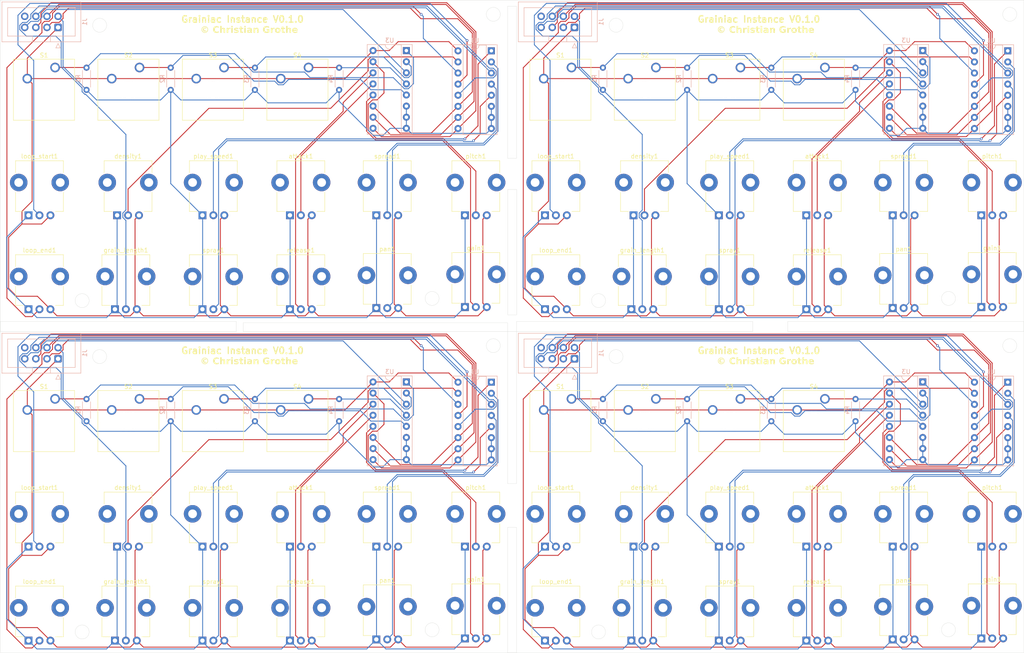
<source format=kicad_pcb>
(kicad_pcb (version 20240108) (generator "pcbnew") (generator_version "8.0")
  (layers (0 "F.Cu" signal) (31 "B.Cu" signal) (34 "B.Paste" user) (35 "F.Paste" user) (36 "B.SilkS" user "B.Silkscreen") (37 "F.SilkS" user "F.Silkscreen") (38 "B.Mask" user) (39 "F.Mask" user) (44 "Edge.Cuts" user))
  (net 0 "")
  (net 1 "attack")
  (net 2 "GND")
  (net 3 "+3.3V")
  (net 4 "density")
  (net 5 "gain")
  (net 6 "grain_dir")
  (net 7 "grain_length")
  (net 8 "hold")
  (net 9 "loop_end")
  (net 10 "loop_start")
  (net 11 "pan")
  (net 12 "pitch")
  (net 13 "play_dir")
  (net 14 "play_speed")
  (net 15 "record")
  (net 16 "release")
  (net 17 "spray")
  (net 18 "spread")
  (net 19 "S1")
  (net 20 "S0")
  (net 21 "S2")
  (net 22 "mux_1")
  (net 23 "mux_2")
  (footprint "Potentiometer_THT:Potentiometer_TT_P0915N" (layer "F.Cu") (at 175 171.725)
    (property "Reference" "loop_end1")
    (property "Value" "~" (hide yes))
  )
  (footprint "Potentiometer_THT:Potentiometer_TT_P0915N" (layer "F.Cu") (at 56.95 171.725)
    (property "Reference" "loop_end1")
    (property "Value" "~" (hide yes))
  )
  (footprint "Potentiometer_THT:Potentiometer_TT_P0915N" (layer "F.Cu") (at 254.5 95.645686)
    (property "Reference" "pan1")
    (property "Value" "~" (hide yes))
  )
  (footprint "Potentiometer_THT:Potentiometer_TT_P0915N" (layer "F.Cu") (at 156.7 95.420686)
    (property "Reference" "gain1")
    (property "Value" "~" (hide yes))
  )
  (footprint "Potentiometer_THT:Potentiometer_TT_P0915N" (layer "F.Cu") (at 136.45 171.45)
    (property "Reference" "pan1")
    (property "Value" "~" (hide yes))
  )
  (footprint "Button_Switch_Keyboard:SW_Cherry_MX_1.00u_PCB" (layer "F.Cu") (at 219.69 116.42)
    (property "Reference" "S3")
    (property "Value" "Play Dir")
  )
  (footprint "Potentiometer_THT:Potentiometer_TT_P0915N" (layer "F.Cu") (at 274.75 74.420686)
    (property "Reference" "pitch1")
    (property "Value" "~" (hide yes))
  )
  (footprint "Potentiometer_THT:Potentiometer_TT_P0915N" (layer "F.Cu") (at 116.7 95.920686)
    (property "Reference" "release1")
    (property "Value" "~" (hide yes))
  )
  (footprint "Potentiometer_THT:Potentiometer_TT_P0915N" (layer "F.Cu") (at 214.75 171.725)
    (property "Reference" "spray1")
    (property "Value" "~" (hide yes))
  )
  (footprint "Button_Switch_Keyboard:SW_Cherry_MX_1.00u_PCB" (layer "F.Cu") (at 200.37 116.42)
    (property "Reference" "S2")
    (property "Value" "Hold")
  )
  (footprint "Button_Switch_Keyboard:SW_Cherry_MX_1.00u_PCB" (layer "F.Cu") (at 101.64 116.42)
    (property "Reference" "S3")
    (property "Value" "Play Dir")
  )
  (footprint "Button_Switch_Keyboard:SW_Cherry_MX_1.00u_PCB" (layer "F.Cu") (at 181.07 116.42)
    (property "Reference" "S1")
    (property "Value" "Record")
  )
  (footprint "Potentiometer_THT:Potentiometer_TT_P0915N" (layer "F.Cu") (at 136.45 74.420686)
    (property "Reference" "spread1")
    (property "Value" "~" (hide yes))
  )
  (footprint "Button_Switch_Keyboard:SW_Cherry_MX_1.00u_PCB" (layer "F.Cu") (at 101.64 40.615686)
    (property "Reference" "S3")
    (property "Value" "Play Dir")
  )
  (footprint "Potentiometer_THT:Potentiometer_TT_P0915N" (layer "F.Cu") (at 195.25 74.420686)
    (property "Reference" "density1")
    (property "Value" "~" (hide yes))
  )
  (footprint "Potentiometer_THT:Potentiometer_TT_P0915N" (layer "F.Cu") (at 194.75 171.725)
    (property "Reference" "grain_length1")
    (property "Value" "~" (hide yes))
  )
  (footprint "Potentiometer_THT:Potentiometer_TT_P0915N" (layer "F.Cu") (at 274.75 150.225)
    (property "Reference" "pitch1")
    (property "Value" "~" (hide yes))
  )
  (footprint "Potentiometer_THT:Potentiometer_TT_P0915N" (layer "F.Cu") (at 214.75 74.420686)
    (property "Reference" "play_speed1")
    (property "Value" "~" (hide yes))
  )
  (footprint "Potentiometer_THT:Potentiometer_TT_P0915N" (layer "F.Cu") (at 156.7 171.225)
    (property "Reference" "gain1")
    (property "Value" "~" (hide yes))
  )
  (footprint "Potentiometer_THT:Potentiometer_TT_P0915N" (layer "F.Cu") (at 234.75 74.420686)
    (property "Reference" "attack1")
    (property "Value" "~" (hide yes))
  )
  (footprint "Button_Switch_Keyboard:SW_Cherry_MX_1.00u_PCB" (layer "F.Cu") (at 120.96 40.615686)
    (property "Reference" "S4")
    (property "Value" "Grain Dir")
  )
  (footprint "Potentiometer_THT:Potentiometer_TT_P0915N" (layer "F.Cu") (at 234.75 150.225)
    (property "Reference" "attack1")
    (property "Value" "~" (hide yes))
  )
  (footprint "Potentiometer_THT:Potentiometer_TT_P0915N" (layer "F.Cu") (at 175 150.225)
    (property "Reference" "loop_start1")
    (property "Value" "~" (hide yes))
  )
  (footprint "Potentiometer_THT:Potentiometer_TT_P0915N" (layer "F.Cu") (at 254.5 171.45)
    (property "Reference" "pan1")
    (property "Value" "~" (hide yes))
  )
  (footprint "Button_Switch_Keyboard:SW_Cherry_MX_1.00u_PCB" (layer "F.Cu") (at 63.02 40.615686)
    (property "Reference" "S1")
    (property "Value" "Record")
  )
  (footprint "Potentiometer_THT:Potentiometer_TT_P0915N" (layer "F.Cu") (at 234.75 171.725)
    (property "Reference" "release1")
    (property "Value" "~" (hide yes))
  )
  (footprint "Potentiometer_THT:Potentiometer_TT_P0915N" (layer "F.Cu") (at 254.5 74.420686)
    (property "Reference" "spread1")
    (property "Value" "~" (hide yes))
  )
  (footprint "Button_Switch_Keyboard:SW_Cherry_MX_1.00u_PCB" (layer "F.Cu") (at 219.69 40.615686)
    (property "Reference" "S3")
    (property "Value" "Play Dir")
  )
  (footprint "Button_Switch_Keyboard:SW_Cherry_MX_1.00u_PCB" (layer "F.Cu") (at 120.96 116.42)
    (property "Reference" "S4")
    (property "Value" "Grain Dir")
  )
  (footprint "Potentiometer_THT:Potentiometer_TT_P0915N" (layer "F.Cu") (at 96.7 150.225)
    (property "Reference" "play_speed1")
    (property "Value" "~" (hide yes))
  )
  (footprint "Potentiometer_THT:Potentiometer_TT_P0915N" (layer "F.Cu") (at 116.7 74.420686)
    (property "Reference" "attack1")
    (property "Value" "~" (hide yes))
  )
  (footprint "Potentiometer_THT:Potentiometer_TT_P0915N" (layer "F.Cu") (at 274.75 171.225)
    (property "Reference" "gain1")
    (property "Value" "~" (hide yes))
  )
  (footprint "Button_Switch_Keyboard:SW_Cherry_MX_1.00u_PCB" (layer "F.Cu") (at 82.32 116.42)
    (property "Reference" "S2")
    (property "Value" "Hold")
  )
  (footprint "Potentiometer_THT:Potentiometer_TT_P0915N" (layer "F.Cu") (at 56.95 95.920686)
    (property "Reference" "loop_end1")
    (property "Value" "~" (hide yes))
  )
  (footprint "Potentiometer_THT:Potentiometer_TT_P0915N" (layer "F.Cu") (at 234.75 95.920686)
    (property "Reference" "release1")
    (property "Value" "~" (hide yes))
  )
  (footprint "Potentiometer_THT:Potentiometer_TT_P0915N" (layer "F.Cu") (at 136.45 150.225)
    (property "Reference" "spread1")
    (property "Value" "~" (hide yes))
  )
  (footprint "Potentiometer_THT:Potentiometer_TT_P0915N" (layer "F.Cu") (at 116.7 150.225)
    (property "Reference" "attack1")
    (property "Value" "~" (hide yes))
  )
  (footprint "Potentiometer_THT:Potentiometer_TT_P0915N" (layer "F.Cu") (at 195.25 150.225)
    (property "Reference" "density1")
    (property "Value" "~" (hide yes))
  )
  (footprint "Potentiometer_THT:Potentiometer_TT_P0915N" (layer "F.Cu") (at 156.7 74.420686)
    (property "Reference" "pitch1")
    (property "Value" "~" (hide yes))
  )
  (footprint "Potentiometer_THT:Potentiometer_TT_P0915N" (layer "F.Cu") (at 96.7 74.420686)
    (property "Reference" "play_speed1")
    (property "Value" "~" (hide yes))
  )
  (footprint "Button_Switch_Keyboard:SW_Cherry_MX_1.00u_PCB" (layer "F.Cu") (at 63.02 116.42)
    (property "Reference" "S1")
    (property "Value" "Record")
  )
  (footprint "Potentiometer_THT:Potentiometer_TT_P0915N" (layer "F.Cu") (at 56.95 74.420686)
    (property "Reference" "loop_start1")
    (property "Value" "~" (hide yes))
  )
  (footprint "Potentiometer_THT:Potentiometer_TT_P0915N" (layer "F.Cu") (at 254.5 150.225)
    (property "Reference" "spread1")
    (property "Value" "~" (hide yes))
  )
  (footprint "Potentiometer_THT:Potentiometer_TT_P0915N" (layer "F.Cu") (at 96.7 95.920686)
    (property "Reference" "spray1")
    (property "Value" "~" (hide yes))
  )
  (footprint "Potentiometer_THT:Potentiometer_TT_P0915N" (layer "F.Cu") (at 175 95.920686)
    (property "Reference" "loop_end1")
    (property "Value" "~" (hide yes))
  )
  (footprint "Potentiometer_THT:Potentiometer_TT_P0915N" (layer "F.Cu") (at 56.95 150.225)
    (property "Reference" "loop_start1")
    (property "Value" "~" (hide yes))
  )
  (footprint "Potentiometer_THT:Potentiometer_TT_P0915N" (layer "F.Cu") (at 116.7 171.725)
    (property "Reference" "release1")
    (property "Value" "~" (hide yes))
  )
  (footprint "Potentiometer_THT:Potentiometer_TT_P0915N" (layer "F.Cu") (at 214.75 150.225)
    (property "Reference" "play_speed1")
    (property "Value" "~" (hide yes))
  )
  (footprint "Potentiometer_THT:Potentiometer_TT_P0915N" (layer "F.Cu") (at 194.75 95.920686)
    (property "Reference" "grain_length1")
    (property "Value" "~" (hide yes))
  )
  (footprint "Button_Switch_Keyboard:SW_Cherry_MX_1.00u_PCB" (layer "F.Cu") (at 181.07 40.615686)
    (property "Reference" "S1")
    (property "Value" "Record")
  )
  (footprint "Potentiometer_THT:Potentiometer_TT_P0915N" (layer "F.Cu") (at 156.7 150.225)
    (property "Reference" "pitch1")
    (property "Value" "~" (hide yes))
  )
  (footprint "Button_Switch_Keyboard:SW_Cherry_MX_1.00u_PCB" (layer "F.Cu") (at 82.32 40.615686)
    (property "Reference" "S2")
    (property "Value" "Hold")
  )
  (footprint "Potentiometer_THT:Potentiometer_TT_P0915N" (layer "F.Cu") (at 175 74.420686)
    (property "Reference" "loop_start1")
    (property "Value" "~" (hide yes))
  )
  (footprint "Potentiometer_THT:Potentiometer_TT_P0915N" (layer "F.Cu") (at 76.7 95.920686)
    (property "Reference" "grain_length1")
    (property "Value" "~" (hide yes))
  )
  (footprint "Button_Switch_Keyboard:SW_Cherry_MX_1.00u_PCB" (layer "F.Cu") (at 239.01 116.42)
    (property "Reference" "S4")
    (property "Value" "Grain Dir")
  )
  (footprint "Potentiometer_THT:Potentiometer_TT_P0915N" (layer "F.Cu") (at 77.2 74.420686)
    (property "Reference" "density1")
    (property "Value" "~" (hide yes))
  )
  (footprint "Potentiometer_THT:Potentiometer_TT_P0915N" (layer "F.Cu") (at 96.7 171.725)
    (property "Reference" "spray1")
    (property "Value" "~" (hide yes))
  )
  (footprint "Potentiometer_THT:Potentiometer_TT_P0915N" (layer "F.Cu") (at 136.45 95.645686)
    (property "Reference" "pan1")
    (property "Value" "~" (hide yes))
  )
  (footprint "Button_Switch_Keyboard:SW_Cherry_MX_1.00u_PCB" (layer "F.Cu") (at 200.37 40.615686)
    (property "Reference" "S2")
    (property "Value" "Hold")
  )
  (footprint "Potentiometer_THT:Potentiometer_TT_P0915N" (layer "F.Cu") (at 274.75 95.420686)
    (property "Reference" "gain1")
    (property "Value" "~" (hide yes))
  )
  (footprint "Potentiometer_THT:Potentiometer_TT_P0915N" (layer "F.Cu") (at 77.2 150.225)
    (property "Reference" "density1")
    (property "Value" "~" (hide yes))
  )
  (footprint "Button_Switch_Keyboard:SW_Cherry_MX_1.00u_PCB" (layer "F.Cu") (at 239.01 40.615686)
    (property "Reference" "S4")
    (property "Value" "Grain Dir")
  )
  (footprint "Potentiometer_THT:Potentiometer_TT_P0915N" (layer "F.Cu") (at 214.75 95.920686)
    (property "Reference" "spray1")
    (property "Value" "~" (hide yes))
  )
  (footprint "Potentiometer_THT:Potentiometer_TT_P0915N" (layer "F.Cu") (at 76.7 171.725)
    (property "Reference" "grain_length1")
    (property "Value" "~" (hide yes))
  )
  (footprint "Connector_IDC:IDC-Header_2x04_P2.54mm_Vertical" (layer "B.Cu") (at 63.7 31.445686 90)
    (property "Reference" "J1")
    (property "Value" "Conn_01x08_Pin")
  )
  (footprint "Resistor_THT:R_Axial_DIN0204_L3.6mm_D1.6mm_P5.08mm_Horizontal" (layer "B.Cu") (at 108.7 116.46 -90)
    (property "Reference" "R3")
    (property "Value" "1.5K")
  )
  (footprint "Package_DIP:DIP-16_W7.62mm_Socket" (layer "B.Cu") (at 261.37 36.745686 180)
    (property "Reference" "U3")
    (property "Value" "4051")
  )
  (footprint "Package_DIP:DIP-16_W7.62mm_Socket" (layer "B.Cu") (at 143.32 36.745686 180)
    (property "Reference" "U3")
    (property "Value" "4051")
  )
  (footprint "Resistor_THT:R_Axial_DIN0204_L3.6mm_D1.6mm_P5.08mm_Horizontal" (layer "B.Cu") (at 207.5 116.46 -90)
    (property "Reference" "R2")
    (property "Value" "1.5K")
  )
  (footprint "Resistor_THT:R_Axial_DIN0204_L3.6mm_D1.6mm_P5.08mm_Horizontal" (layer "B.Cu") (at 226.75 40.655686 -90)
    (property "Reference" "R3")
    (property "Value" "1.5K")
  )
  (footprint "Package_DIP:DIP-16_W7.62mm_Socket" (layer "B.Cu") (at 261.37 112.55 180)
    (property "Reference" "U3")
    (property "Value" "4051")
  )
  (footprint "Package_DIP:DIP-16_W7.62mm_Socket" (layer "B.Cu") (at 280.8 36.795686 180)
    (property "Reference" "U1")
    (property "Value" "4051")
  )
  (footprint "Resistor_THT:R_Axial_DIN0204_L3.6mm_D1.6mm_P5.08mm_Horizontal" (layer "B.Cu") (at 89.45 116.46 -90)
    (property "Reference" "R2")
    (property "Value" "1.5K")
  )
  (footprint "Resistor_THT:R_Axial_DIN0204_L3.6mm_D1.6mm_P5.08mm_Horizontal" (layer "B.Cu") (at 207.5 40.655686 -90)
    (property "Reference" "R2")
    (property "Value" "1.5K")
  )
  (footprint "Connector_IDC:IDC-Header_2x04_P2.54mm_Vertical" (layer "B.Cu") (at 181.75 31.445686 90)
    (property "Reference" "J1")
    (property "Value" "Conn_01x08_Pin")
  )
  (footprint "Resistor_THT:R_Axial_DIN0204_L3.6mm_D1.6mm_P5.08mm_Horizontal" (layer "B.Cu") (at 70.2 116.46 -90)
    (property "Reference" "R1")
    (property "Value" "1.5K")
  )
  (footprint "Package_DIP:DIP-16_W7.62mm_Socket" (layer "B.Cu") (at 280.8 112.6 180)
    (property "Reference" "U1")
    (property "Value" "4051")
  )
  (footprint "Resistor_THT:R_Axial_DIN0204_L3.6mm_D1.6mm_P5.08mm_Horizontal" (layer "B.Cu") (at 70.2 40.655686 -90)
    (property "Reference" "R1")
    (property "Value" "1.5K")
  )
  (footprint "Connector_IDC:IDC-Header_2x04_P2.54mm_Vertical" (layer "B.Cu") (at 181.75 107.25 90)
    (property "Reference" "J1")
    (property "Value" "Conn_01x08_Pin")
  )
  (footprint "Connector_IDC:IDC-Header_2x04_P2.54mm_Vertical" (layer "B.Cu") (at 63.7 107.25 90)
    (property "Reference" "J1")
    (property "Value" "Conn_01x08_Pin")
  )
  (footprint "Package_DIP:DIP-16_W7.62mm_Socket" (layer "B.Cu") (at 162.75 112.6 180)
    (property "Reference" "U1")
    (property "Value" "4051")
  )
  (footprint "Resistor_THT:R_Axial_DIN0204_L3.6mm_D1.6mm_P5.08mm_Horizontal" (layer "B.Cu") (at 108.7 40.655686 -90)
    (property "Reference" "R3")
    (property "Value" "1.5K")
  )
  (footprint "Resistor_THT:R_Axial_DIN0204_L3.6mm_D1.6mm_P5.08mm_Horizontal" (layer "B.Cu") (at 246 40.655686 -90)
    (property "Reference" "R4")
    (property "Value" "1.5K")
  )
  (footprint "Resistor_THT:R_Axial_DIN0204_L3.6mm_D1.6mm_P5.08mm_Horizontal" (layer "B.Cu") (at 188.25 116.46 -90)
    (property "Reference" "R1")
    (property "Value" "1.5K")
  )
  (footprint "Resistor_THT:R_Axial_DIN0204_L3.6mm_D1.6mm_P5.08mm_Horizontal" (layer "B.Cu") (at 226.75 116.46 -90)
    (property "Reference" "R3")
    (property "Value" "1.5K")
  )
  (footprint "Package_DIP:DIP-16_W7.62mm_Socket" (layer "B.Cu") (at 143.32 112.55 180)
    (property "Reference" "U3")
    (property "Value" "4051")
  )
  (footprint "Package_DIP:DIP-16_W7.62mm_Socket" (layer "B.Cu") (at 162.75 36.795686 180)
    (property "Reference" "U1")
    (property "Value" "4051")
  )
  (footprint "Resistor_THT:R_Axial_DIN0204_L3.6mm_D1.6mm_P5.08mm_Horizontal" (layer "B.Cu") (at 127.95 116.46 -90)
    (property "Reference" "R4")
    (property "Value" "1.5K")
  )
  (footprint "Resistor_THT:R_Axial_DIN0204_L3.6mm_D1.6mm_P5.08mm_Horizontal" (layer "B.Cu") (at 89.45 40.655686 -90)
    (property "Reference" "R2")
    (property "Value" "1.5K")
  )
  (footprint "Resistor_THT:R_Axial_DIN0204_L3.6mm_D1.6mm_P5.08mm_Horizontal" (layer "B.Cu") (at 246 116.46 -90)
    (property "Reference" "R4")
    (property "Value" "1.5K")
  )
  (footprint "Resistor_THT:R_Axial_DIN0204_L3.6mm_D1.6mm_P5.08mm_Horizontal" (layer "B.Cu") (at 127.95 40.655686 -90)
    (property "Reference" "R4")
    (property "Value" "1.5K")
  )
  (footprint "Resistor_THT:R_Axial_DIN0204_L3.6mm_D1.6mm_P5.08mm_Horizontal" (layer "B.Cu") (at 188.25 40.655686 -90)
    (property "Reference" "R1")
    (property "Value" "1.5K")
  )
  (gr_circle (center 281.25 104.25) (end 282.85 104.25) (stroke (width 0.05)) (fill none) (layer "Edge.Cuts"))
  (gr_circle (center 267.25 93.445686) (end 268.85 93.445686) (stroke (width 0.05)) (fill none) (layer "Edge.Cuts"))
  (gr_circle (center 187.25 93.945686) (end 188.85 93.945686) (stroke (width 0.05)) (fill none) (layer "Edge.Cuts"))
  (gr_circle (center 73.2 106.75) (end 74.8 106.75) (stroke (width 0.05)) (fill none) (layer "Edge.Cuts"))
  (gr_rect (start 166.475 68.5) (end 168.525 97.195686) (stroke (width 0.05)) (fill none) (layer "Edge.Cuts"))
  (gr_circle (center 69.2 93.945686) (end 70.8 93.945686) (stroke (width 0.05)) (fill none) (layer "Edge.Cuts"))
  (gr_circle (center 191.25 30.945686) (end 192.85 30.945686) (stroke (width 0.05)) (fill none) (layer "Edge.Cuts"))
  (gr_circle (center 187.25 169.75) (end 188.85 169.75) (stroke (width 0.05)) (fill none) (layer "Edge.Cuts"))
  (gr_rect (start 166.45 145.804314) (end 168.5 174.5) (stroke (width 0.05)) (fill none) (layer "Edge.Cuts"))
  (gr_rect (start 166.45 26.597843) (end 168.5 61.402157) (stroke (width 0.05)) (fill none) (layer "Edge.Cuts"))
  (gr_circle (center 73.2 30.945686) (end 74.8 30.945686) (stroke (width 0.05)) (fill none) (layer "Edge.Cuts"))
  (gr_rect (start 50.5 25.195686) (end 284.5 174.5) (stroke (width 0.05)) (fill none) (layer "Edge.Cuts"))
  (gr_circle (center 281.25 28.445686) (end 282.85 28.445686) (stroke (width 0.05)) (fill none) (layer "Edge.Cuts"))
  (gr_circle (center 149.2 93.445686) (end 150.8 93.445686) (stroke (width 0.05)) (fill none) (layer "Edge.Cuts"))
  (gr_rect (start 230.5 98.695686) (end 284.5 101) (stroke (width 0.05)) (fill none) (layer "Edge.Cuts"))
  (gr_circle (center 163.2 28.445686) (end 164.8 28.445686) (stroke (width 0.05)) (fill none) (layer "Edge.Cuts"))
  (gr_rect (start 106 99) (end 166.45 101) (stroke (width 0.05)) (fill none) (layer "Edge.Cuts"))
  (gr_rect (start 166.45 101) (end 168.5 135.804314) (stroke (width 0.05)) (fill none) (layer "Edge.Cuts"))
  (gr_rect (start 168.5 98.695686) (end 222.5 101) (stroke (width 0.05)) (fill none) (layer "Edge.Cuts"))
  (gr_circle (center 69.2 169.75) (end 70.8 169.75) (stroke (width 0.05)) (fill none) (layer "Edge.Cuts"))
  (gr_circle (center 267.25 169.25) (end 268.85 169.25) (stroke (width 0.05)) (fill none) (layer "Edge.Cuts"))
  (gr_circle (center 163.2 104.25) (end 164.8 104.25) (stroke (width 0.05)) (fill none) (layer "Edge.Cuts"))
  (gr_rect (start 50.45 98.695686) (end 104.45 101) (stroke (width 0.05)) (fill none) (layer "Edge.Cuts"))
  (gr_circle (center 191.25 106.75) (end 192.85 106.75) (stroke (width 0.05)) (fill none) (layer "Edge.Cuts"))
  (gr_circle (center 149.2 169.25) (end 150.8 169.25) (stroke (width 0.05)) (fill none) (layer "Edge.Cuts"))
  (gr_text "Grainiac Instance V0.1.0" (at 91.7 30.445686 0) (layer "F.SilkS") (effects (font (size 1.5 1.5) (thickness 0.3) (bold yes)) (justify left bottom)))
  (gr_text "Grainiac Instance V0.1.0" (at 209.75 30.445686 0) (layer "F.SilkS") (effects (font (size 1.5 1.5) (thickness 0.3) (bold yes)) (justify left bottom)))
  (gr_text "© Christian Grothe" (at 96.2 32.945686 0) (layer "F.SilkS") (effects (font (size 1.5 1.5) (thickness 0.3) (bold yes)) (justify left bottom)))
  (gr_text "© Christian Grothe" (at 96.2 108.75 0) (layer "F.SilkS") (effects (font (size 1.5 1.5) (thickness 0.3) (bold yes)) (justify left bottom)))
  (gr_text "© Christian Grothe" (at 214.25 108.75 0) (layer "F.SilkS") (effects (font (size 1.5 1.5) (thickness 0.3) (bold yes)) (justify left bottom)))
  (gr_text "Grainiac Instance V0.1.0" (at 91.7 106.25 0) (layer "F.SilkS") (effects (font (size 1.5 1.5) (thickness 0.3) (bold yes)) (justify left bottom)))
  (gr_text "© Christian Grothe" (at 214.25 32.945686 0) (layer "F.SilkS") (effects (font (size 1.5 1.5) (thickness 0.3) (bold yes)) (justify left bottom)))
  (gr_text "Grainiac Instance V0.1.0" (at 209.75 106.25 0) (layer "F.SilkS") (effects (font (size 1.5 1.5) (thickness 0.3) (bold yes)) (justify left bottom)))
  (segment (start 237.25 150.225) (end 237.25 136.67) (width 0.2) (layer "F.Cu") (net 1))
  (segment (start 237.25 60.865686) (end 253.75 44.365686) (width 0.2) (layer "F.Cu") (net 1))
  (segment (start 119.2 136.67) (end 135.7 120.17) (width 0.2) (layer "F.Cu") (net 1))
  (segment (start 237.25 74.420686) (end 237.25 60.865686) (width 0.2) (layer "F.Cu") (net 1))
  (segment (start 119.2 150.225) (end 119.2 136.67) (width 0.2) (layer "F.Cu") (net 1))
  (segment (start 119.2 74.420686) (end 119.2 60.865686) (width 0.2) (layer "F.Cu") (net 1))
  (segment (start 119.2 60.865686) (end 135.7 44.365686) (width 0.2) (layer "F.Cu") (net 1))
  (segment (start 237.25 136.67) (end 253.75 120.17) (width 0.2) (layer "F.Cu") (net 1))
  (segment (start 261.37 49.445686) (end 261.37 54.525686) (width 0.2) (layer "B.Cu") (net 2))
  (segment (start 76.7 171.725) (end 76.95 171.725) (width 0.2) (layer "B.Cu") (net 2))
  (segment (start 175 171.725) (end 176.9 173.625) (width 0.2) (layer "B.Cu") (net 2))
  (segment (start 214.75 95.920686) (end 214.75 96.170686) (width 0.2) (layer "B.Cu") (net 2))
  (segment (start 254.55 95.595686) (end 254.5 95.645686) (width 0.2) (layer "B.Cu") (net 2))
  (segment (start 195.25 74.420686) (end 195.25 95.420686) (width 0.2) (layer "B.Cu") (net 2))
  (segment (start 216.4 173.625) (end 232.85 173.625) (width 0.2) (layer "B.Cu") (net 2))
  (segment (start 91.76 123.85) (end 106.39 123.85) (width 0.2) (layer "B.Cu") (net 2))
  (segment (start 144.47 55.675686) (end 143.32 54.525686) (width 0.2) (layer "B.Cu") (net 2))
  (segment (start 91.76 48.045686) (end 106.39 48.045686) (width 0.2) (layer "B.Cu") (net 2))
  (segment (start 212.85 173.625) (end 214.75 171.725) (width 0.2) (layer "B.Cu") (net 2))
  (segment (start 182.9 105.86) (end 181.75 104.71) (width 0.2) (layer "B.Cu") (net 2))
  (segment (start 226.75 45.735686) (end 229.71 48.695686) (width 0.2) (layer "B.Cu") (net 2))
  (segment (start 70.2 45.735686) (end 64.85 40.385686) (width 0.2) (layer "B.Cu") (net 2))
  (segment (start 214.75 150.225) (end 207.5 142.975) (width 0.2) (layer "B.Cu") (net 2))
  (segment (start 195.25 95.420686) (end 194.75 95.920686) (width 0.2) (layer "B.Cu") (net 2))
  (segment (start 96.75 74.470686) (end 96.75 95.870686) (width 0.2) (layer "B.Cu") (net 2))
  (segment (start 209.81 123.85) (end 224.44 123.85) (width 0.2) (layer "B.Cu") (net 2))
  (segment (start 116.75 95.870686) (end 116.7 95.920686) (width 0.2) (layer "B.Cu") (net 2))
  (segment (start 96.75 171.675) (end 96.7 171.725) (width 0.2) (layer "B.Cu") (net 2))
  (segment (start 254.5 150.225) (end 254.55 150.275) (width 0.2) (layer "B.Cu") (net 2))
  (segment (start 118.6 97.820686) (end 134.275 97.820686) (width 0.2) (layer "B.Cu") (net 2))
  (segment (start 127.95 124.135635) (end 135.814365 132) (width 0.2) (layer "B.Cu") (net 2))
  (segment (start 243.04 124.5) (end 246 121.54) (width 0.2) (layer "B.Cu") (net 2))
  (segment (start 156.75 150.275) (end 156.75 171.175) (width 0.2) (layer "B.Cu") (net 2))
  (segment (start 196.9 97.820686) (end 212.85 97.820686) (width 0.2) (layer "B.Cu") (net 2))
  (segment (start 161.65 55.675686) (end 144.47 55.675686) (width 0.2) (layer "B.Cu") (net 2))
  (segment (start 64.85 40.385686) (end 64.85 30.055686) (width 0.2) (layer "B.Cu") (net 2))
  (segment (start 254.55 150.275) (end 254.55 171.4) (width 0.2) (layer "B.Cu") (net 2))
  (segment (start 257.67 130.33) (end 261.37 130.33) (width 0.2) (layer "B.Cu") (net 2))
  (segment (start 156.75 171.175) (end 156.7 171.225) (width 0.2) (layer "B.Cu") (net 2))
  (segment (start 162.75 49.495686) (end 162.75 54.575686) (width 0.2) (layer "B.Cu") (net 2))
  (segment (start 252.325 173.625) (end 254.5 171.45) (width 0.2) (layer "B.Cu") (net 2))
  (segment (start 214.75 171.975) (end 216.4 173.625) (width 0.2) (layer "B.Cu") (net 2))
  (segment (start 162.75 54.575686) (end 161.65 55.675686) (width 0.2) (layer "B.Cu") (net 2))
  (segment (start 234.75 95.920686) (end 236.65 97.820686) (width 0.2) (layer "B.Cu") (net 2))
  (segment (start 205.19 48.045686) (end 207.5 45.735686) (width 0.2) (layer "B.Cu") (net 2))
  (segment (start 262.52 55.675686) (end 261.37 54.525686) (width 0.2) (layer "B.Cu") (net 2))
  (segment (start 136.5 171.4) (end 136.45 171.45) (width 0.2) (layer "B.Cu") (net 2))
  (segment (start 234.75 74.420686) (end 234.8 74.470686) (width 0.2) (layer "B.Cu") (net 2))
  (segment (start 116.7 74.420686) (end 116.75 74.470686) (width 0.2) (layer "B.Cu") (net 2))
  (segment (start 280.8 54.575686) (end 279.7 55.675686) (width 0.2) (layer "B.Cu") (net 2))
  (segment (start 144.47 131.48) (end 143.32 130.33) (width 0.2) (layer "B.Cu") (net 2))
  (segment (start 175 95.920686) (end 176.9 97.820686) (width 0.2) (layer "B.Cu") (net 2))
  (segment (start 182.9 40.385686) (end 182.9 30.055686) (width 0.2) (layer "B.Cu") (net 2))
  (segment (start 116.7 150.225) (end 116.75 150.275) (width 0.2) (layer "B.Cu") (net 2))
  (segment (start 127.95 45.735686) (end 127.95 48.331321) (width 0.2) (layer "B.Cu") (net 2))
  (segment (start 108.7 121.54) (end 111.66 124.5) (width 0.2) (layer "B.Cu") (net 2))
  (segment (start 194.75 95.920686) (end 195 95.920686) (width 0.2) (layer "B.Cu") (net 2))
  (segment (start 114.8 97.820686) (end 116.7 95.920686) (width 0.2) (layer "B.Cu") (net 2))
  (segment (start 234.8 95.870686) (end 234.75 95.920686) (width 0.2) (layer "B.Cu") (net 2))
  (segment (start 176.9 97.820686) (end 192.85 97.820686) (width 0.2) (layer "B.Cu") (net 2))
  (segment (start 246 45.735686) (end 246 48.331321) (width 0.2) (layer "B.Cu") (net 2))
  (segment (start 232.85 173.625) (end 234.75 171.725) (width 0.2) (layer "B.Cu") (net 2))
  (segment (start 232.85 97.820686) (end 234.75 95.920686) (width 0.2) (layer "B.Cu") (net 2))
  (segment (start 70.2 121.54) (end 72.51 123.85) (width 0.2) (layer "B.Cu") (net 2))
  (segment (start 134.275 97.820686) (end 136.45 95.645686) (width 0.2) (layer "B.Cu") (net 2))
  (segment (start 207.5 67.170686) (end 207.5 45.735686) (width 0.2) (layer "B.Cu") (net 2))
  (segment (start 229.71 48.695686) (end 243.04 48.695686) (width 0.2) (layer "B.Cu") (net 2))
  (segment (start 256 132) (end 257.67 130.33) (width 0.2) (layer "B.Cu") (net 2))
  (segment (start 116.7 95.920686) (end 118.6 97.820686) (width 0.2) (layer "B.Cu") (net 2))
  (segment (start 96.7 95.920686) (end 96.7 96.170686) (width 0.2) (layer "B.Cu") (net 2))
  (segment (start 76.7 95.920686) (end 76.95 95.920686) (width 0.2) (layer "B.Cu") (net 2))
  (segment (start 246 121.54) (end 246 124.135635) (width 0.2) (layer "B.Cu") (net 2))
  (segment (start 111.66 124.5) (end 124.99 124.5) (width 0.2) (layer "B.Cu") (net 2))
  (segment (start 256.675 97.820686) (end 272.35 97.820686) (width 0.2) (layer "B.Cu") (net 2))
  (segment (start 279.7 131.48) (end 262.52 131.48) (width 0.2) (layer "B.Cu") (net 2))
  (segment (start 162.75 130.38) (end 161.65 131.48) (width 0.2) (layer "B.Cu") (net 2))
  (segment (start 214.75 74.420686) (end 214.8 74.470686) (width 0.2) (layer "B.Cu") (net 2))
  (segment (start 116.7 171.725) (end 118.6 173.625) (width 0.2) (layer "B.Cu") (net 2))
  (segment (start 156.7 150.225) (end 156.75 150.275) (width 0.2) (layer "B.Cu") (net 2))
  (segment (start 170 90.920686) (end 175 95.920686) (width 0.2) (layer "B.Cu") (net 2))
  (segment (start 182.9 30.055686) (end 181.75 28.905686) (width 0.2) (layer "B.Cu") (net 2))
  (segment (start 98.35 173.625) (end 114.8 173.625) (width 0.2) (layer "B.Cu") (net 2))
  (segment (start 205.19 123.85) (end 207.5 121.54) (width 0.2) (layer "B.Cu") (net 2))
  (segment (start 156.75 74.470686) (end 156.75 95.370686) (width 0.2) (layer "B.Cu") (net 2))
  (segment (start 127.95 121.54) (end 127.95 124.135635) (width 0.2) (layer "B.Cu") (net 2))
  (segment (start 190.56 48.045686) (end 205.19 48.045686) (width 0.2) (layer "B.Cu") (net 2))
  (segment (start 72.51 123.85) (end 87.14 123.85) (width 0.2) (layer "B.Cu") (net 2))
  (segment (start 207.5 121.54) (end 209.81 123.85) (width 0.2) (layer "B.Cu") (net 2))
  (segment (start 256.675 173.625) (end 272.35 173.625) (width 0.2) (layer "B.Cu") (net 2))
  (segment (start 136.5 74.470686) (end 136.5 95.595686) (width 0.2) (layer "B.Cu") (net 2))
  (segment (start 192.85 173.625) (end 194.75 171.725) (width 0.2) (layer "B.Cu") (net 2))
  (segment (start 229.71 124.5) (end 243.04 124.5) (width 0.2) (layer "B.Cu") (net 2))
  (segment (start 254.5 171.45) (end 256.675 173.625) (width 0.2) (layer "B.Cu") (net 2))
  (segment (start 72.51 48.045686) (end 87.14 48.045686) (width 0.2) (layer "B.Cu") (net 2))
  (segment (start 175 74.420686) (end 170 79.420686) (width 0.2) (layer "B.Cu") (net 2))
  (segment (start 156.7 74.420686) (end 156.75 74.470686) (width 0.2) (layer "B.Cu") (net 2))
  (segment (start 162.75 125.3) (end 162.75 130.38) (width 0.2) (layer "B.Cu") (net 2))
  (segment (start 234.8 171.675) (end 234.75 171.725) (width 0.2) (layer "B.Cu") (net 2))
  (segment (start 274.8 74.470686) (end 274.8 95.370686) (width 0.2) (layer "B.Cu") (net 2))
  (segment (start 51.95 155.225) (end 51.95 166.725) (width 0.2) (layer "B.Cu") (net 2))
  (segment (start 170 155.225) (end 170 166.725) (width 0.2) (layer "B.Cu") (net 2))
  (segment (start 224.44 48.045686) (end 226.75 45.735686) (width 0.2) (layer "B.Cu") (net 2))
  (segment (start 246 48.331321) (end 253.864365 56.195686) (width 0.2) (layer "B.Cu") (net 2))
  (segment (start 108.7 45.735686) (end 111.66 48.695686) (width 0.2) (layer "B.Cu") (net 2))
  (segment (start 78.85 173.625) (end 94.8 173.625) (width 0.2) (layer "B.Cu") (net 2))
  (segment (start 77.2 150.225) (end 77.2 171.225) (width 0.2) (layer "B.Cu") (net 2))
  (segment (start 56.95 171.725) (end 58.85 173.625) (width 0.2) (layer "B.Cu") (net 2))
  (segment (start 96.75 95.870686) (end 96.7 95.920686) (width 0.2) (layer "B.Cu") (net 2))
  (segment (start 64.85 30.055686) (end 63.7 28.905686) (width 0.2) (layer "B.Cu") (net 2))
  (segment (start 214.75 96.170686) (end 216.4 97.820686) (width 0.2) (layer "B.Cu") (net 2))
  (segment (start 212.85 97.820686) (end 214.75 95.920686) (width 0.2) (layer "B.Cu") (net 2))
  (segment (start 135.814365 132) (end 137.95 132) (width 0.2) (layer "B.Cu") (net 2))
  (segment (start 207.5 142.975) (end 207.5 121.54) (width 0.2) (layer "B.Cu") (net 2))
  (segment (start 254.5 95.645686) (end 256.675 97.820686) (width 0.2) (layer "B.Cu") (net 2))
  (segment (start 64.85 105.86) (end 63.7 104.71) (width 0.2) (layer "B.Cu") (net 2))
  (segment (start 234.8 74.470686) (end 234.8 95.870686) (width 0.2) (layer "B.Cu") (net 2))
  (segment (start 280.8 125.3) (end 280.8 130.38) (width 0.2) (layer "B.Cu") (net 2))
  (segment (start 209.81 48.045686) (end 224.44 48.045686) (width 0.2) (layer "B.Cu") (net 2))
  (segment (start 118.6 173.625) (end 134.275 173.625) (width 0.2) (layer "B.Cu") (net 2))
  (segment (start 96.7 171.975) (end 98.35 173.625) (width 0.2) (layer "B.Cu") (net 2))
  (segment (start 256 56.195686) (end 257.67 54.525686) (width 0.2) (layer "B.Cu") (net 2))
  (segment (start 136.45 150.225) (end 136.5 150.275) (width 0.2) (layer "B.Cu") (net 2))
  (segment (start 96.7 96.170686) (end 98.35 97.820686) (width 0.2) (layer "B.Cu") (net 2))
  (segment (start 76.95 171.725) (end 78.85 173.625) (width 0.2) (layer "B.Cu") (net 2))
  (segment (start 138.625 97.820686) (end 154.3 97.820686) (width 0.2) (layer "B.Cu") (net 2))
  (segment (start 70.2 121.54) (end 64.85 116.19) (width 0.2) (layer "B.Cu") (net 2))
  (segment (start 114.8 173.625) (end 116.7 171.725) (width 0.2) (layer "B.Cu") (net 2))
  (segment (start 188.25 121.54) (end 182.9 116.19) (width 0.2) (layer "B.Cu") (net 2))
  (segment (start 170 166.725) (end 175 171.725) (width 0.2) (layer "B.Cu") (net 2))
  (segment (start 136.45 171.45) (end 138.625 173.625) (width 0.2) (layer "B.Cu") (net 2))
  (segment (start 188.25 45.735686) (end 190.56 48.045686) (width 0.2) (layer "B.Cu") (net 2))
  (segment (start 188.25 45.735686) (end 182.9 40.385686) (width 0.2) (layer "B.Cu") (net 2))
  (segment (start 77.2 74.420686) (end 77.2 95.420686) (width 0.2) (layer "B.Cu") (net 2))
  (segment (start 74.8 173.625) (end 76.7 171.725) (width 0.2) (layer "B.Cu") (net 2))
  (segment (start 190.56 123.85) (end 205.19 123.85) (width 0.2) (layer "B.Cu") (net 2))
  (segment (start 137.95 56.195686) (end 139.62 54.525686) (width 0.2) (layer "B.Cu") (net 2))
  (segment (start 207.5 45.735686) (end 209.81 48.045686) (width 0.2) (layer "B.Cu") (net 2))
  (segment (start 78.85 97.820686) (end 94.8 97.820686) (width 0.2) (layer "B.Cu") (net 2))
  (segment (start 136.5 95.595686) (end 136.45 95.645686) (width 0.2) (layer "B.Cu") (net 2))
  (segment (start 224.44 123.85) (end 226.75 121.54) (width 0.2) (layer "B.Cu") (net 2))
  (segment (start 192.85 97.820686) (end 194.75 95.920686) (width 0.2) (layer "B.Cu") (net 2))
  (segment (start 254.55 74.470686) (end 254.55 95.595686) (width 0.2) (layer "B.Cu") (net 2))
  (segment (start 58.85 97.820686) (end 74.8 97.820686) (width 0.2) (layer "B.Cu") (net 2))
  (segment (start 257.67 54.525686) (end 261.37 54.525686) (width 0.2) (layer "B.Cu") (net 2))
  (segment (start 127.95 48.331321) (end 135.814365 56.195686) (width 0.2) (layer "B.Cu") (net 2))
  (segment (start 279.7 55.675686) (end 262.52 55.675686) (width 0.2) (layer "B.Cu") (net 2))
  (segment (start 136.5 150.275) (end 136.5 171.4) (width 0.2) (layer "B.Cu") (net 2))
  (segment (start 116.75 171.675) (end 116.7 171.725) (width 0.2) (layer "B.Cu") (net 2))
  (segment (start 96.7 150.225) (end 89.45 142.975) (width 0.2) (layer "B.Cu") (net 2))
  (segment (start 87.14 48.045686) (end 89.45 45.735686) (width 0.2) (layer "B.Cu") (net 2))
  (segment (start 170 79.420686) (end 170 90.920686) (width 0.2) (layer "B.Cu") (net 2))
  (segment (start 139.62 54.525686) (end 143.32 54.525686) (width 0.2) (layer "B.Cu") (net 2))
  (segment (start 143.32 125.25) (end 143.32 130.33) (width 0.2) (layer "B.Cu") (net 2))
  (segment (start 253.864365 132) (end 256 132) (width 0.2) (layer "B.Cu") (net 2))
  (segment (start 226.75 121.54) (end 229.71 124.5) (width 0.2) (layer "B.Cu") (net 2))
  (segment (start 96.7 150.225) (end 96.75 150.275) (width 0.2) (layer "B.Cu") (net 2))
  (segment (start 106.39 123.85) (end 108.7 121.54) (width 0.2) (layer "B.Cu") (net 2))
  (segment (start 134.275 173.625) (end 136.45 171.45) (width 0.2) (layer "B.Cu") (net 2))
  (segment (start 77.2 171.225) (end 76.7 171.725) (width 0.2) (layer "B.Cu") (net 2))
  (segment (start 262.52 131.48) (end 261.37 130.33) (width 0.2) (layer "B.Cu") (net 2))
  (segment (start 261.37 125.25) (end 261.37 130.33) (width 0.2) (layer "B.Cu") (net 2))
  (segment (start 135.814365 56.195686) (end 137.95 56.195686) (width 0.2) (layer "B.Cu") (net 2))
  (segment (start 111.66 48.695686) (end 124.99 48.695686) (width 0.2) (layer "B.Cu") (net 2))
  (segment (start 274.8 95.370686) (end 274.75 95.420686) (width 0.2) (layer "B.Cu") (net 2))
  (segment (start 176.9 173.625) (end 192.85 173.625) (width 0.2) (layer "B.Cu") (net 2))
  (segment (start 56.95 74.420686) (end 51.95 79.420686) (width 0.2) (layer "B.Cu") (net 2))
  (segment (start 89.45 67.170686) (end 89.45 45.735686) (width 0.2) (layer "B.Cu") (net 2))
  (segment (start 214.75 74.420686) (end 207.5 67.170686) (width 0.2) (layer "B.Cu") (net 2))
  (segment (start 195 95.920686) (end 196.9 97.820686) (width 0.2) (layer "B.Cu") (net 2))
  (segment (start 51.95 79.420686) (end 51.95 90.920686) (width 0.2) (layer "B.Cu") (net 2))
  (segment (start 98.35 97.820686) (end 114.8 97.820686) (width 0.2) (layer "B.Cu") (net 2))
  (segment (start 234.8 150.275) (end 234.8 171.675) (width 0.2) (layer "B.Cu") (net 2))
  (segment (start 156.75 95.370686) (end 156.7 95.420686) (width 0.2) (layer "B.Cu") (net 2))
  (segment (start 274.8 171.175) (end 274.75 171.225) (width 0.2) (layer "B.Cu") (net 2))
  (segment (start 94.8 97.820686) (end 96.7 95.920686) (width 0.2) (layer "B.Cu") (net 2))
  (segment (start 116.75 74.470686) (end 116.75 95.870686) (width 0.2) (layer "B.Cu") (net 2))
  (segment (start 236.65 173.625) (end 252.325 173.625) (width 0.2) (layer "B.Cu") (net 2))
  (segment (start 77.2 95.420686) (end 76.7 95.920686) (width 0.2) (layer "B.Cu") (net 2))
  (segment (start 196.9 173.625) (end 212.85 173.625) (width 0.2) (layer "B.Cu") (net 2))
  (segment (start 58.85 173.625) (end 74.8 173.625) (width 0.2) (layer "B.Cu") (net 2))
  (segment (start 96.7 74.420686) (end 96.75 74.470686) (width 0.2) (layer "B.Cu") (net 2))
  (segment (start 214.75 150.225) (end 214.8 150.275) (width 0.2) (layer "B.Cu") (net 2))
  (segment (start 182.9 116.19) (end 182.9 105.86) (width 0.2) (layer "B.Cu") (net 2))
  (segment (start 154.3 97.820686) (end 156.7 95.420686) (width 0.2) (layer "B.Cu") (net 2))
  (segment (start 253.864365 56.195686) (end 256 56.195686) (width 0.2) (layer "B.Cu") (net 2))
  (segment (start 188.25 121.54) (end 190.56 123.85) (width 0.2) (layer "B.Cu") (net 2))
  (segment (start 106.39 48.045686) (end 108.7 45.735686) (width 0.2) (layer "B.Cu") (net 2))
  (segment (start 274.75 74.420686) (end 274.8 74.470686) (width 0.2) (layer "B.Cu") (net 2))
  (segment (start 51.95 90.920686) (end 56.95 95.920686) (width 0.2) (layer "B.Cu") (net 2))
  (segment (start 243.04 48.695686) (end 246 45.735686) (width 0.2) (layer "B.Cu") (net 2))
  (segment (start 64.85 116.19) (end 64.85 105.86) (width 0.2) (layer "B.Cu") (net 2))
  (segment (start 56.95 95.920686) (end 58.85 97.820686) (width 0.2) (layer "B.Cu") (net 2))
  (segment (start 175 150.225) (end 170 155.225) (width 0.2) (layer "B.Cu") (net 2))
  (segment (start 136.45 95.645686) (end 138.625 97.820686) (width 0.2) (layer "B.Cu") (net 2))
  (segment (start 154.3 173.625) (end 156.7 171.225) (width 0.2) (layer "B.Cu") (net 2))
  (segment (start 96.75 150.275) (end 96.75 171.675) (width 0.2) (layer "B.Cu") (net 2))
  (segment (start 234.75 150.225) (end 234.8 150.275) (width 0.2) (layer "B.Cu") (net 2))
  (segment (start 116.75 150.275) (end 116.75 171.675) (width 0.2) (layer "B.Cu") (net 2))
  (segment (start 194.75 171.725) (end 195 171.725) (width 0.2) (layer "B.Cu") (net 2))
  (segment (start 89.45 121.54) (end 91.76 123.85) (width 0.2) (layer "B.Cu") (net 2))
  (segment (start 246 124.135635) (end 253.864365 132) (width 0.2) (layer "B.Cu") (net 2))
  (segment (start 143.32 49.445686) (end 143.32 54.525686) (width 0.2) (layer "B.Cu") (net 2))
  (segment (start 76.95 95.920686) (end 78.85 97.820686) (width 0.2) (layer "B.Cu") (net 2))
  (segment (start 161.65 131.48) (end 144.47 131.48) (width 0.2) (layer "B.Cu") (net 2))
  (segment (start 56.95 150.225) (end 51.95 155.225) (width 0.2) (layer "B.Cu") (net 2))
  (segment (start 234.75 171.725) (end 236.65 173.625) (width 0.2) (layer "B.Cu") (net 2))
  (segment (start 236.65 97.820686) (end 252.325 97.820686) (width 0.2) (layer "B.Cu") (net 2))
  (segment (start 195 171.725) (end 196.9 173.625) (width 0.2) (layer "B.Cu") (net 2))
  (segment (start 70.2 45.735686) (end 72.51 48.045686) (width 0.2) (layer "B.Cu") (net 2))
  (segment (start 214.8 171.675) (end 214.75 171.725) (width 0.2) (layer "B.Cu") (net 2))
  (segment (start 124.99 124.5) (end 127.95 121.54) (width 0.2) (layer "B.Cu") (net 2))
  (segment (start 280.8 49.495686) (end 280.8 54.575686) (width 0.2) (layer "B.Cu") (net 2))
  (segment (start 214.8 74.470686) (end 214.8 95.870686) (width 0.2) (layer "B.Cu") (net 2))
  (segment (start 96.7 171.725) (end 96.7 171.975) (width 0.2) (layer "B.Cu") (net 2))
  (segment (start 252.325 97.820686) (end 254.5 95.645686) (width 0.2) (layer "B.Cu") (net 2))
  (segment (start 136.45 74.420686) (end 136.5 74.470686) (width 0.2) (layer "B.Cu") (net 2))
  (segment (start 272.35 173.625) (end 274.75 171.225) (width 0.2) (layer "B.Cu") (net 2))
  (segment (start 254.55 171.4) (end 254.5 171.45) (width 0.2) (layer "B.Cu") (net 2))
  (segment (start 214.75 171.725) (end 214.75 171.975) (width 0.2) (layer "B.Cu") (net 2))
  (segment (start 89.45 45.735686) (end 91.76 48.045686) (width 0.2) (layer "B.Cu") (net 2))
  (segment (start 89.45 142.975) (end 89.45 121.54) (width 0.2) (layer "B.Cu") (net 2))
  (segment (start 254.5 74.420686) (end 254.55 74.470686) (width 0.2) (layer "B.Cu") (net 2))
  (segment (start 137.95 132) (end 139.62 130.33) (width 0.2) (layer "B.Cu") (net 2))
  (segment (start 274.8 150.275) (end 274.8 171.175) (width 0.2) (layer "B.Cu") (net 2))
  (segment (start 96.7 74.420686) (end 89.45 67.170686) (width 0.2) (layer "B.Cu") (net 2))
  (segment (start 94.8 173.625) (end 96.7 171.725) (width 0.2) (layer "B.Cu") (net 2))
  (segment (start 51.95 166.725) (end 56.95 171.725) (width 0.2) (layer "B.Cu") (net 2))
  (segment (start 74.8 97.820686) (end 76.7 95.920686) (width 0.2) (layer "B.Cu") (net 2))
  (segment (start 274.75 150.225) (end 274.8 150.275) (width 0.2) (layer "B.Cu") (net 2))
  (segment (start 138.625 173.625) (end 154.3 173.625) (width 0.2) (layer "B.Cu") (net 2))
  (segment (start 195.25 150.225) (end 195.25 171.225) (width 0.2) (layer "B.Cu") (net 2))
  (segment (start 214.8 95.870686) (end 214.75 95.920686) (width 0.2) (layer "B.Cu") (net 2))
  (segment (start 216.4 97.820686) (end 232.85 97.820686) (width 0.2) (layer "B.Cu") (net 2))
  (segment (start 139.62 130.33) (end 143.32 130.33) (width 0.2) (layer "B.Cu") (net 2))
  (segment (start 195.25 171.225) (end 194.75 171.725) (width 0.2) (layer "B.Cu") (net 2))
  (segment (start 214.8 150.275) (end 214.8 171.675) (width 0.2) (layer "B.Cu") (net 2))
  (segment (start 272.35 97.820686) (end 274.75 95.420686) (width 0.2) (layer "B.Cu") (net 2))
  (segment (start 87.14 123.85) (end 89.45 121.54) (width 0.2) (layer "B.Cu") (net 2))
  (segment (start 280.8 130.38) (end 279.7 131.48) (width 0.2) (layer "B.Cu") (net 2))
  (segment (start 124.99 48.695686) (end 127.95 45.735686) (width 0.2) (layer "B.Cu") (net 2))
  (segment (start 247.34 118.96) (end 253.75 112.55) (width 0.2) (layer "F.Cu") (net 3))
  (segment (start 218.85 75.320686) (end 218.85 95.020686) (width 0.2) (layer "F.Cu") (net 3))
  (segment (start 247.34 43.155686) (end 253.75 36.745686) (width 0.2) (layer "F.Cu") (net 3))
  (segment (start 57.769999 147.005001) (end 55.45 149.325) (width 0.2) (layer "F.Cu") (net 3))
  (segment (start 174.72 114.28) (end 181.75 107.25) (width 0.2) (layer "F.Cu") (net 3))
  (segment (start 81.3 171.325) (end 81.7 171.725) (width 0.2) (layer "F.Cu") (net 3))
  (segment (start 219.75 74.420686) (end 218.85 75.320686) (width 0.2) (layer "F.Cu") (net 3))
  (segment (start 56.67 43.155686) (end 56.67 38.475686) (width 0.2) (layer "F.Cu") (net 3))
  (segment (start 218.25 97.420686) (end 219.75 95.920686) (width 0.2) (layer "F.Cu") (net 3))
  (segment (start 54.2 92.945686) (end 58.975 92.945686) (width 0.2) (layer "F.Cu") (net 3))
  (segment (start 103.2 97.420686) (end 120.2 97.420686) (width 0.2) (layer "F.Cu") (net 3))
  (segment (start 180 95.920686) (end 181.5 97.420686) (width 0.2) (layer "F.Cu") (net 3))
  (segment (start 160.8 170.325) (end 161.7 171.225) (width 0.2) (layer "F.Cu") (net 3))
  (segment (start 174.72 118.96) (end 194.02 118.96) (width 0.2) (layer "F.Cu") (net 3))
  (segment (start 155.13 112.6) (end 153.03 110.5) (width 0.2) (layer "F.Cu") (net 3))
  (segment (start 175.819999 147.005001) (end 173.5 149.325) (width 0.2) (layer "F.Cu") (net 3))
  (segment (start 271.08 34.695686) (end 259.5 34.695686) (width 0.2) (layer "F.Cu") (net 3))
  (segment (start 129.29 118.96) (end 135.7 112.55) (width 0.2) (layer "F.Cu") (net 3))
  (segment (start 153.03 110.5) (end 141.45 110.5) (width 0.2) (layer "F.Cu") (net 3))
  (segment (start 180 171.725) (end 181.5 173.225) (width 0.2) (layer "F.Cu") (net 3))
  (segment (start 218.85 151.125) (end 218.85 170.825) (width 0.2) (layer "F.Cu") (net 3))
  (segment (start 177.025 92.945686) (end 180 95.920686) (width 0.2) (layer "F.Cu") (net 3))
  (segment (start 120.8 95.020686) (end 121.7 95.920686) (width 0.2) (layer "F.Cu") (net 3))
  (segment (start 81.7 95.920686) (end 83.2 97.420686) (width 0.2) (layer "F.Cu") (net 3))
  (segment (start 239.75 74.420686) (end 238.85 75.320686) (width 0.2) (layer "F.Cu") (net 3))
  (segment (start 63.45 173.225) (end 80.2 173.225) (width 0.2) (layer "F.Cu") (net 3))
  (segment (start 232.66 118.96) (end 247.34 118.96) (width 0.2) (layer "F.Cu") (net 3))
  (segment (start 139.4 112.55) (end 135.7 112.55) (width 0.2) (layer "F.Cu") (net 3))
  (segment (start 75.97 118.96) (end 114.61 118.96) (width 0.2) (layer "F.Cu") (net 3))
  (segment (start 238.85 151.125) (end 238.85 170.825) (width 0.2) (layer "F.Cu") (net 3))
  (segment (start 198.25 173.225) (end 199.75 171.725) (width 0.2) (layer "F.Cu") (net 3))
  (segment (start 120.2 97.420686) (end 121.7 95.920686) (width 0.2) (layer "F.Cu") (net 3))
  (segment (start 139.675 97.420686) (end 141.45 95.645686) (width 0.2) (layer "F.Cu") (net 3))
  (segment (start 219.75 171.725) (end 221.25 173.225) (width 0.2) (layer "F.Cu") (net 3))
  (segment (start 121.7 74.420686) (end 120.8 75.320686) (width 0.2) (layer "F.Cu") (net 3))
  (segment (start 56.67 43.155686) (end 75.97 43.155686) (width 0.2) (layer "F.Cu") (net 3))
  (segment (start 241.25 97.420686) (end 257.725 97.420686) (width 0.2) (layer "F.Cu") (net 3))
  (segment (start 56.67 118.96) (end 75.97 118.96) (width 0.2) (layer "F.Cu") (net 3))
  (segment (start 55.45 152.225) (end 52.4 155.275) (width 0.2) (layer "F.Cu") (net 3))
  (segment (start 174.72 43.155686) (end 175.819999 44.255685) (width 0.2) (layer "F.Cu") (net 3))
  (segment (start 199.75 171.725) (end 201.25 173.225) (width 0.2) (layer "F.Cu") (net 3))
  (segment (start 100.8 151.125) (end 100.8 170.825) (width 0.2) (layer "F.Cu") (net 3))
  (segment (start 100.8 75.320686) (end 100.8 95.020686) (width 0.2) (layer "F.Cu") (net 3))
  (segment (start 174.72 43.155686) (end 174.72 38.475686) (width 0.2) (layer "F.Cu") (net 3))
  (segment (start 199.75 95.920686) (end 201.25 97.420686) (width 0.2) (layer "F.Cu") (net 3))
  (segment (start 143.225 173.225) (end 159.7 173.225) (width 0.2) (layer "F.Cu") (net 3))
  (segment (start 140.55 75.320686) (end 140.55 94.745686) (width 0.2) (layer "F.Cu") (net 3))
  (segment (start 81.7 171.725) (end 83.2 173.225) (width 0.2) (layer "F.Cu") (net 3))
  (segment (start 80.2 173.225) (end 81.7 171.725) (width 0.2) (layer "F.Cu") (net 3))
  (segment (start 181.5 173.225) (end 198.25 173.225) (width 0.2) (layer "F.Cu") (net 3))
  (segment (start 100.8 95.020686) (end 101.7 95.920686) (width 0.2) (layer "F.Cu") (net 3))
  (segment (start 56.67 38.475686) (end 63.7 31.445686) (width 0.2) (layer "F.Cu") (net 3))
  (segment (start 56.67 43.155686) (end 57.769999 44.255685) (width 0.2) (layer "F.Cu") (net 3))
  (segment (start 143.225 97.420686) (end 159.7 97.420686) (width 0.2) (layer "F.Cu") (net 3))
  (segment (start 173.5 76.420686) (end 170.45 79.470686) (width 0.2) (layer "F.Cu") (net 3))
  (segment (start 159.7 97.420686) (end 161.7 95.420686) (width 0.2) (layer "F.Cu") (net 3))
  (segment (start 239.75 95.920686) (end 241.25 97.420686) (width 0.2) (layer "F.Cu") (net 3))
  (segment (start 81.3 75.320686) (end 81.3 95.520686) (width 0.2) (layer "F.Cu") (net 3))
  (segment (start 194.02 43.155686) (end 232.66 43.155686) (width 0.2) (layer "F.Cu") (net 3))
  (segment (start 161.7 150.225) (end 160.8 151.125) (width 0.2) (layer "F.Cu") (net 3))
  (segment (start 61.95 95.920686) (end 63.45 97.420686) (width 0.2) (layer "F.Cu") (net 3))
  (segment (start 170.45 166.95) (end 172.25 168.75) (width 0.2) (layer "F.Cu") (net 3))
  (segment (start 100.8 170.825) (end 101.7 171.725) (width 0.2) (layer "F.Cu") (net 3))
  (segment (start 258.6 151.125) (end 258.6 170.55) (width 0.2) (layer "F.Cu") (net 3))
  (segment (start 161.7 74.420686) (end 160.8 75.320686) (width 0.2) (layer "F.Cu") (net 3))
  (segment (start 56.67 118.96) (end 57.769999 120.059999) (width 0.2) (layer "F.Cu") (net 3))
  (segment (start 199.35 75.320686) (end 199.35 95.520686) (width 0.2) (layer "F.Cu") (net 3))
  (segment (start 170.45 155.275) (end 170.45 166.95) (width 0.2) (layer "F.Cu") (net 3))
  (segment (start 58.975 92.945686) (end 61.95 95.920686) (width 0.2) (layer "F.Cu") (net 3))
  (segment (start 123.2 97.420686) (end 139.675 97.420686) (width 0.2) (layer "F.Cu") (net 3))
  (segment (start 55.45 76.420686) (end 52.4 79.470686) (width 0.2) (layer "F.Cu") (net 3))
  (segment (start 123.2 173.225) (end 139.675 173.225) (width 0.2) (layer "F.Cu") (net 3))
  (segment (start 278.85 94.520686) (end 279.75 95.420686) (width 0.2) (layer "F.Cu") (net 3))
  (segment (start 141.45 150.225) (end 140.55 151.125) (width 0.2) (layer "F.Cu") (net 3))
  (segment (start 257.725 173.225) (end 259.5 171.45) (width 0.2) (layer "F.Cu") (net 3))
  (segment (start 120.2 173.225) (end 121.7 171.725) (width 0.2) (layer "F.Cu") (net 3))
  (segment (start 153.03 34.695686) (end 141.45 34.695686) (width 0.2) (layer "F.Cu") (net 3))
  (segment (start 139.675 173.225) (end 141.45 171.45) (width 0.2) (layer "F.Cu") (net 3))
  (segment (start 141.45 95.645686) (end 143.225 97.420686) (width 0.2) (layer "F.Cu") (net 3))
  (segment (start 259.5 74.420686) (end 258.6 75.320686) (width 0.2) (layer "F.Cu") (net 3))
  (segment (start 170.45 91.145686) (end 172.25 92.945686) (width 0.2) (layer "F.Cu") (net 3))
  (segment (start 81.3 95.520686) (end 81.7 95.920686) (width 0.2) (layer "F.Cu") (net 3))
  (segment (start 273.18 36.795686) (end 271.08 34.695686) (width 0.2) (layer "F.Cu") (net 3))
  (segment (start 101.7 95.920686) (end 103.2 97.420686) (width 0.2) (layer "F.Cu") (net 3))
  (segment (start 101.7 171.725) (end 103.2 173.225) (width 0.2) (layer "F.Cu") (net 3))
  (segment (start 279.75 74.420686) (end 278.85 75.320686) (width 0.2) (layer "F.Cu") (net 3))
  (segment (start 277.75 173.225) (end 279.75 171.225) (width 0.2) (layer "F.Cu") (net 3))
  (segment (start 175.819999 44.255685) (end 175.819999 71.200687) (width 0.2) (layer "F.Cu") (net 3))
  (segment (start 278.85 170.325) (end 279.75 171.225) (width 0.2) (layer "F.Cu") (net 3))
  (segment (start 56.67 114.28) (end 63.7 107.25) (width 0.2) (layer "F.Cu") (net 3))
  (segment (start 81.3 151.125) (end 81.3 171.325) (width 0.2) (layer "F.Cu") (net 3))
  (segment (start 180 74.420686) (end 178 76.420686) (width 0.2) (layer "F.Cu") (net 3))
  (segment (start 129.29 43.155686) (end 135.7 36.745686) (width 0.2) (layer "F.Cu") (net 3))
  (segment (start 121.7 171.725) (end 123.2 173.225) (width 0.2) (layer "F.Cu") (net 3))
  (segment (start 140.55 151.125) (end 140.55 170.55) (width 0.2) (layer "F.Cu") (net 3))
  (segment (start 257.45 112.55) (end 253.75 112.55) (width 0.2) (layer "F.Cu") (net 3))
  (segment (start 59.95 152.225) (end 55.45 152.225) (width 0.2) (layer "F.Cu") (net 3))
  (segment (start 120.8 75.320686) (end 120.8 95.020686) (width 0.2) (layer "F.Cu") (net 3))
  (segment (start 259.5 110.5) (end 257.45 112.55) (width 0.2) (layer "F.Cu") (net 3))
  (segment (start 120.8 151.125) (end 120.8 170.825) (width 0.2) (layer "F.Cu") (net 3))
  (segment (start 160.8 94.520686) (end 161.7 95.420686) (width 0.2) (layer "F.Cu") (net 3))
  (segment (start 199.35 171.325) (end 199.75 171.725) (width 0.2) (layer "F.Cu") (net 3))
  (segment (start 120.8 170.825) (end 121.7 171.725) (width 0.2) (layer "F.Cu") (net 3))
  (segment (start 258.6 170.55) (end 259.5 171.45) (width 0.2) (layer "F.Cu") (net 3))
  (segment (start 57.769999 120.059999) (end 57.769999 147.005001) (width 0.2) (layer "F.Cu") (net 3))
  (segment (start 258.6 75.320686) (end 258.6 94.745686) (width 0.2) (layer "F.Cu") (net 3))
  (segment (start 82.2 150.225) (end 81.3 151.125) (width 0.2) (layer "F.Cu") (net 3))
  (segment (start 170.45 79.470686) (end 170.45 91.145686) (width 0.2) (layer "F.Cu") (net 3))
  (segment (start 57.769999 71.200687) (end 55.45 73.520686) (width 0.2) (layer "F.Cu") (net 3))
  (segment (start 218.85 95.020686) (end 219.75 95.920686) (width 0.2) (layer "F.Cu") (net 3))
  (segment (start 82.2 74.420686) (end 81.3 75.320686) (width 0.2) (layer "F.Cu") (net 3))
  (segment (start 175.819999 120.059999) (end 175.819999 147.005001) (width 0.2) (layer "F.Cu") (net 3))
  (segment (start 259.5 34.695686) (end 257.45 36.745686) (width 0.2) (layer "F.Cu") (net 3))
  (segment (start 121.7 150.225) (end 120.8 151.125) (width 0.2) (layer "F.Cu") (net 3))
  (segment (start 200.25 74.420686) (end 199.35 75.320686) (width 0.2) (layer "F.Cu") (net 3))
  (segment (start 259.5 150.225) (end 258.6 151.125) (width 0.2) (layer "F.Cu") (net 3))
  (segment (start 114.61 118.96) (end 129.29 118.96) (width 0.2) (layer "F.Cu") (net 3))
  (segment (start 160.8 75.320686) (end 160.8 94.520686) (width 0.2) (layer "F.Cu") (net 3))
  (segment (start 83.2 97.420686) (end 100.2 97.420686) (width 0.2) (layer "F.Cu") (net 3))
  (segment (start 75.97 43.155686) (end 114.61 43.155686) (width 0.2) (layer "F.Cu") (net 3))
  (segment (start 59.95 76.420686) (end 55.45 76.420686) (width 0.2) (layer "F.Cu") (net 3))
  (segment (start 278.85 75.320686) (end 278.85 94.520686) (width 0.2) (layer "F.Cu") (net 3))
  (segment (start 56.67 118.96) (end 56.67 114.28) (width 0.2) (layer "F.Cu") (net 3))
  (segment (start 175.819999 71.200687) (end 173.5 73.520686) (width 0.2) (layer "F.Cu") (net 3))
  (segment (start 219.75 150.225) (end 218.85 151.125) (width 0.2) (layer "F.Cu") (net 3))
  (segment (start 174.72 43.155686) (end 194.02 43.155686) (width 0.2) (layer "F.Cu") (net 3))
  (segment (start 261.275 97.420686) (end 277.75 97.420686) (width 0.2) (layer "F.Cu") (net 3))
  (segment (start 61.95 74.420686) (end 59.95 76.420686) (width 0.2) (layer "F.Cu") (net 3))
  (segment (start 141.45 110.5) (end 139.4 112.55) (width 0.2) (layer "F.Cu") (net 3))
  (segment (start 52.4 91.145686) (end 54.2 92.945686) (width 0.2) (layer "F.Cu") (net 3))
  (segment (start 63.45 97.420686) (end 80.2 97.420686) (width 0.2) (layer "F.Cu") (net 3))
  (segment (start 201.25 97.420686) (end 218.25 97.420686) (width 0.2) (layer "F.Cu") (net 3))
  (segment (start 55.45 73.520686) (end 55.45 76.420686) (width 0.2) (layer "F.Cu") (net 3))
  (segment (start 218.25 173.225) (end 219.75 171.725) (width 0.2) (layer "F.Cu") (net 3))
  (segment (start 238.85 95.020686) (end 239.75 95.920686) (width 0.2) (layer "F.Cu") (net 3))
  (segment (start 177.025 168.75) (end 180 171.725) (width 0.2) (layer "F.Cu") (net 3))
  (segment (start 199.35 151.125) (end 199.35 171.325) (width 0.2) (layer "F.Cu") (net 3))
  (segment (start 58.975 168.75) (end 61.95 171.725) (width 0.2) (layer "F.Cu") (net 3))
  (segment (start 172.25 92.945686) (end 177.025 92.945686) (width 0.2) (layer "F.Cu") (net 3))
  (segment (start 273.18 112.6) (end 271.08 110.5) (width 0.2) (layer "F.Cu") (net 3))
  (segment (start 259.5 95.645686) (end 261.275 97.420686) (width 0.2) (layer "F.Cu") (net 3))
  (segment (start 100.2 97.420686) (end 101.7 95.920686) (width 0.2) (layer "F.Cu") (net 3))
  (segment (start 238.25 97.420686) (end 239.75 95.920686) (width 0.2) (layer "F.Cu") (net 3))
  (segment (start 83.2 173.225) (end 100.2 173.225) (width 0.2) (layer "F.Cu") (net 3))
  (segment (start 221.25 173.225) (end 238.25 173.225) (width 0.2) (layer "F.Cu") (net 3))
  (segment (start 61.95 150.225) (end 59.95 152.225) (width 0.2) (layer "F.Cu") (net 3))
  (segment (start 194.02 118.96) (end 232.66 118.96) (width 0.2) (layer "F.Cu") (net 3))
  (segment (start 55.45 149.325) (end 55.45 152.225) (width 0.2) (layer "F.Cu") (net 3))
  (segment (start 257.45 36.745686) (end 253.75 36.745686) (width 0.2) (layer "F.Cu") (net 3))
  (segment (start 80.2 97.420686) (end 81.7 95.920686) (width 0.2) (layer "F.Cu") (net 3))
  (segment (start 52.4 166.95) (end 54.2 168.75) (width 0.2) (layer "F.Cu") (net 3))
  (segment (start 278.85 151.125) (end 278.85 170.325) (width 0.2) (layer "F.Cu") (net 3))
  (segment (start 173.5 73.520686) (end 173.5 76.420686) (width 0.2) (layer "F.Cu") (net 3))
  (segment (start 140.55 170.55) (end 141.45 171.45) (width 0.2) (layer "F.Cu") (net 3))
  (segment (start 232.66 43.155686) (end 247.34 43.155686) (width 0.2) (layer "F.Cu") (net 3))
  (segment (start 201.25 173.225) (end 218.25 173.225) (width 0.2) (layer "F.Cu") (net 3))
  (segment (start 181.5 97.420686) (end 198.25 97.420686) (width 0.2) (layer "F.Cu") (net 3))
  (segment (start 258.6 94.745686) (end 259.5 95.645686) (width 0.2) (layer "F.Cu") (net 3))
  (segment (start 238.85 75.320686) (end 238.85 95.020686) (width 0.2) (layer "F.Cu") (net 3))
  (segment (start 174.72 38.475686) (end 181.75 31.445686) (width 0.2) (layer "F.Cu") (net 3))
  (segment (start 54.2 168.75) (end 58.975 168.75) (width 0.2) (layer "F.Cu") (net 3))
  (segment (start 199.35 95.520686) (end 199.75 95.920686) (width 0.2) (layer "F.Cu") (net 3))
  (segment (start 160.8 151.125) (end 160.8 170.325) (width 0.2) (layer "F.Cu") (net 3))
  (segment (start 52.4 79.470686) (end 52.4 91.145686) (width 0.2) (layer "F.Cu") (net 3))
  (segment (start 221.25 97.420686) (end 238.25 97.420686) (width 0.2) (layer "F.Cu") (net 3))
  (segment (start 141.45 34.695686) (end 139.4 36.745686) (width 0.2) (layer "F.Cu") (net 3))
  (segment (start 279.75 150.225) (end 278.85 151.125) (width 0.2) (layer "F.Cu") (net 3))
  (segment (start 141.45 74.420686) (end 140.55 75.320686) (width 0.2) (layer "F.Cu") (net 3))
  (segment (start 257.725 97.420686) (end 259.5 95.645686) (width 0.2) (layer "F.Cu") (net 3))
  (segment (start 271.08 110.5) (end 259.5 110.5) (width 0.2) (layer "F.Cu") (net 3))
  (segment (start 139.4 36.745686) (end 135.7 36.745686) (width 0.2) (layer "F.Cu") (net 3))
  (segment (start 172.25 168.75) (end 177.025 168.75) (width 0.2) (layer "F.Cu") (net 3))
  (segment (start 180 150.225) (end 178 152.225) (width 0.2) (layer "F.Cu") (net 3))
  (segment (start 219.75 95.920686) (end 221.25 97.420686) (width 0.2) (layer "F.Cu") (net 3))
  (segment (start 173.5 152.225) (end 170.45 155.275) (width 0.2) (layer "F.Cu") (net 3))
  (segment (start 259.5 171.45) (end 261.275 173.225) (width 0.2) (layer "F.Cu") (net 3))
  (segment (start 100.2 173.225) (end 101.7 171.725) (width 0.2) (layer "F.Cu") (net 3))
  (segment (start 241.25 173.225) (end 257.725 173.225) (width 0.2) (layer "F.Cu") (net 3))
  (segment (start 173.5 149.325) (end 173.5 152.225) (width 0.2) (layer "F.Cu") (net 3))
  (segment (start 218.85 170.825) (end 219.75 171.725) (width 0.2) (layer "F.Cu") (net 3))
  (segment (start 238.85 170.825) (end 239.75 171.725) (width 0.2) (layer "F.Cu") (net 3))
  (segment (start 57.769999 44.255685) (end 57.769999 71.200687) (width 0.2) (layer "F.Cu") (net 3))
  (segment (start 103.2 173.225) (end 120.2 173.225) (width 0.2) (layer "F.Cu") (net 3))
  (segment (start 178 76.420686) (end 173.5 76.420686) (width 0.2) (layer "F.Cu") (net 3))
  (segment (start 239.75 150.225) (end 238.85 151.125) (width 0.2) (layer "F.Cu") (net 3))
  (segment (start 101.7 150.225) (end 100.8 151.125) (width 0.2) (layer "F.Cu") (net 3))
  (segment (start 174.72 118.96) (end 175.819999 120.059999) (width 0.2) (layer "F.Cu") (net 3))
  (segment (start 114.61 43.155686) (end 129.29 43.155686) (width 0.2) (layer "F.Cu") (net 3))
  (segment (start 61.95 171.725) (end 63.45 173.225) (width 0.2) (layer "F.Cu") (net 3))
  (segment (start 178 152.225) (end 173.5 152.225) (width 0.2) (layer "F.Cu") (net 3))
  (segment (start 155.13 36.795686) (end 153.03 34.695686) (width 0.2) (layer "F.Cu") (net 3))
  (segment (start 52.4 155.275) (end 52.4 166.95) (width 0.2) (layer "F.Cu") (net 3))
  (segment (start 174.72 118.96) (end 174.72 114.28) (width 0.2) (layer "F.Cu") (net 3))
  (segment (start 159.7 173.225) (end 161.7 171.225) (width 0.2) (layer "F.Cu") (net 3))
  (segment (start 198.25 97.420686) (end 199.75 95.920686) (width 0.2) (layer "F.Cu") (net 3))
  (segment (start 277.75 97.420686) (end 279.75 95.420686) (width 0.2) (layer "F.Cu") (net 3))
  (segment (start 140.55 94.745686) (end 141.45 95.645686) (width 0.2) (layer "F.Cu") (net 3))
  (segment (start 238.25 173.225) (end 239.75 171.725) (width 0.2) (layer "F.Cu") (net 3))
  (segment (start 121.7 95.920686) (end 123.2 97.420686) (width 0.2) (layer "F.Cu") (net 3))
  (segment (start 101.7 74.420686) (end 100.8 75.320686) (width 0.2) (layer "F.Cu") (net 3))
  (segment (start 141.45 171.45) (end 143.225 173.225) (width 0.2) (layer "F.Cu") (net 3))
  (segment (start 261.275 173.225) (end 277.75 173.225) (width 0.2) (layer "F.Cu") (net 3))
  (segment (start 239.75 171.725) (end 241.25 173.225) (width 0.2) (layer "F.Cu") (net 3))
  (segment (start 200.25 150.225) (end 199.35 151.125) (width 0.2) (layer "F.Cu") (net 3))
  (segment (start 244.074365 125.75) (end 252.65 117.174365) (width 0.2) (layer "F.Cu") (net 4))
  (segment (start 135.244365 113.99) (end 153.98 113.99) (width 0.2) (layer "F.Cu") (net 4))
  (segment (start 252.65 41.370051) (end 252.65 38.830051) (width 0.2) (layer "F.Cu") (net 4))
  (segment (start 98.172308 49.945686) (end 126.024365 49.945686) (width 0.2) (layer "F.Cu") (net 4))
  (segment (start 252.65 114.634365) (end 253.294365 113.99) (width 0.2) (layer "F.Cu") (net 4))
  (segment (start 134.6 114.634365) (end 135.244365 113.99) (width 0.2) (layer "F.Cu") (net 4))
  (segment (start 134.6 117.174365) (end 134.6 114.634365) (width 0.2) (layer "F.Cu") (net 4))
  (segment (start 197.75 68.417994) (end 216.222308 49.945686) (width 0.2) (layer "F.Cu") (net 4))
  (segment (start 197.75 144.222308) (end 216.222308 125.75) (width 0.2) (layer "F.Cu") (net 4))
  (segment (start 126.024365 49.945686) (end 134.6 41.370051) (width 0.2) (layer "F.Cu") (net 4))
  (segment (start 197.75 74.420686) (end 197.75 68.417994) (width 0.2) (layer "F.Cu") (net 4))
  (segment (start 252.65 117.174365) (end 252.65 114.634365) (width 0.2) (layer "F.Cu") (net 4))
  (segment (start 253.294365 113.99) (end 272.03 113.99) (width 0.2) (layer "F.Cu") (net 4))
  (segment (start 272.03 38.185686) (end 273.18 39.335686) (width 0.2) (layer "F.Cu") (net 4))
  (segment (start 244.074365 49.945686) (end 252.65 41.370051) (width 0.2) (layer "F.Cu") (net 4))
  (segment (start 272.03 113.99) (end 273.18 115.14) (width 0.2) (layer "F.Cu") (net 4))
  (segment (start 79.7 144.222308) (end 98.172308 125.75) (width 0.2) (layer "F.Cu") (net 4))
  (segment (start 134.6 41.370051) (end 134.6 38.830051) (width 0.2) (layer "F.Cu") (net 4))
  (segment (start 153.98 38.185686) (end 155.13 39.335686) (width 0.2) (layer "F.Cu") (net 4))
  (segment (start 126.024365 125.75) (end 134.6 117.174365) (width 0.2) (layer "F.Cu") (net 4))
  (segment (start 98.172308 125.75) (end 126.024365 125.75) (width 0.2) (layer "F.Cu") (net 4))
  (segment (start 197.75 150.225) (end 197.75 144.222308) (width 0.2) (layer "F.Cu") (net 4))
  (segment (start 252.65 38.830051) (end 253.294365 38.185686) (width 0.2) (layer "F.Cu") (net 4))
  (segment (start 79.7 74.420686) (end 79.7 68.417994) (width 0.2) (layer "F.Cu") (net 4))
  (segment (start 253.294365 38.185686) (end 272.03 38.185686) (width 0.2) (layer "F.Cu") (net 4))
  (segment (start 79.7 150.225) (end 79.7 144.222308) (width 0.2) (layer "F.Cu") (net 4))
  (segment (start 79.7 68.417994) (end 98.172308 49.945686) (width 0.2) (layer "F.Cu") (net 4))
  (segment (start 134.6 38.830051) (end 135.244365 38.185686) (width 0.2) (layer "F.Cu") (net 4))
  (segment (start 216.222308 125.75) (end 244.074365 125.75) (width 0.2) (layer "F.Cu") (net 4))
  (segment (start 153.98 113.99) (end 155.13 115.14) (width 0.2) (layer "F.Cu") (net 4))
  (segment (start 135.244365 38.185686) (end 153.98 38.185686) (width 0.2) (layer "F.Cu") (net 4))
  (segment (start 216.222308 49.945686) (end 244.074365 49.945686) (width 0.2) (layer "F.Cu") (net 4))
  (segment (start 134.2 55.147007) (end 134.2 48.405686) (width 0.2) (layer "F.Cu") (net 5))
  (segment (start 276.05 63.691372) (end 269.584314 57.225686) (width 0.2) (layer "F.Cu") (net 5))
  (segment (start 277.25 171.225) (end 276.05 170.025) (width 0.2) (layer "F.Cu") (net 5))
  (segment (start 134.2 130.951321) (end 134.2 124.21) (width 0.2) (layer "F.Cu") (net 5))
  (segment (start 252.25 124.21) (end 253.75 122.71) (width 0.2) (layer "F.Cu") (net 5))
  (segment (start 269.584314 133.03) (end 254.328679 133.03) (width 0.2) (layer "F.Cu") (net 5))
  (segment (start 254.328679 57.225686) (end 252.25 55.147007) (width 0.2) (layer "F.Cu") (net 5))
  (segment (start 151.534314 133.03) (end 136.278679 133.03) (width 0.2) (layer "F.Cu") (net 5))
  (segment (start 252.25 48.405686) (end 253.75 46.905686) (width 0.2) (layer "F.Cu") (net 5))
  (segment (start 159.2 171.225) (end 158 170.025) (width 0.2) (layer "F.Cu") (net 5))
  (segment (start 159.2 95.420686) (end 158 94.220686) (width 0.2) (layer "F.Cu") (net 5))
  (segment (start 276.05 170.025) (end 276.05 139.495686) (width 0.2) (layer "F.Cu") (net 5))
  (segment (start 134.2 124.21) (end 135.7 122.71) (width 0.2) (layer "F.Cu") (net 5))
  (segment (start 158 63.691372) (end 151.534314 57.225686) (width 0.2) (layer "F.Cu") (net 5))
  (segment (start 158 139.495686) (end 151.534314 133.03) (width 0.2) (layer "F.Cu") (net 5))
  (segment (start 158 170.025) (end 158 139.495686) (width 0.2) (layer "F.Cu") (net 5))
  (segment (start 277.25 95.420686) (end 276.05 94.220686) (width 0.2) (layer "F.Cu") (net 5))
  (segment (start 269.584314 57.225686) (end 254.328679 57.225686) (width 0.2) (layer "F.Cu") (net 5))
  (segment (start 252.25 55.147007) (end 252.25 48.405686) (width 0.2) (layer "F.Cu") (net 5))
  (segment (start 136.278679 133.03) (end 134.2 130.951321) (width 0.2) (layer "F.Cu") (net 5))
  (segment (start 254.328679 133.03) (end 252.25 130.951321) (width 0.2) (layer "F.Cu") (net 5))
  (segment (start 276.05 139.495686) (end 269.584314 133.03) (width 0.2) (layer "F.Cu") (net 5))
  (segment (start 151.534314 57.225686) (end 136.278679 57.225686) (width 0.2) (layer "F.Cu") (net 5))
  (segment (start 136.278679 57.225686) (end 134.2 55.147007) (width 0.2) (layer "F.Cu") (net 5))
  (segment (start 276.05 94.220686) (end 276.05 63.691372) (width 0.2) (layer "F.Cu") (net 5))
  (segment (start 134.2 48.405686) (end 135.7 46.905686) (width 0.2) (layer "F.Cu") (net 5))
  (segment (start 252.25 130.951321) (end 252.25 124.21) (width 0.2) (layer "F.Cu") (net 5))
  (segment (start 158 94.220686) (end 158 63.691372) (width 0.2) (layer "F.Cu") (net 5))
  (segment (start 245.96 116.42) (end 246 116.46) (width 0.2) (layer "F.Cu") (net 6))
  (segment (start 127.91 40.615686) (end 127.95 40.655686) (width 0.2) (layer "F.Cu") (net 6))
  (segment (start 127.91 116.42) (end 127.95 116.46) (width 0.2) (layer "F.Cu") (net 6))
  (segment (start 245.96 40.615686) (end 246 40.655686) (width 0.2) (layer "F.Cu") (net 6))
  (segment (start 239.01 116.42) (end 245.96 116.42) (width 0.2) (layer "F.Cu") (net 6))
  (segment (start 120.96 116.42) (end 127.91 116.42) (width 0.2) (layer "F.Cu") (net 6))
  (segment (start 120.96 40.615686) (end 127.91 40.615686) (width 0.2) (layer "F.Cu") (net 6))
  (segment (start 239.01 40.615686) (end 245.96 40.615686) (width 0.2) (layer "F.Cu") (net 6))
  (segment (start 139.61 40.655686) (end 143.32 44.365686) (width 0.2) (layer "B.Cu") (net 6))
  (segment (start 257.66 116.46) (end 261.37 120.17) (width 0.2) (layer "B.Cu") (net 6))
  (segment (start 127.95 116.46) (end 139.61 116.46) (width 0.2) (layer "B.Cu") (net 6))
  (segment (start 257.66 40.655686) (end 261.37 44.365686) (width 0.2) (layer "B.Cu") (net 6))
  (segment (start 246 40.655686) (end 257.66 40.655686) (width 0.2) (layer "B.Cu") (net 6))
  (segment (start 139.61 116.46) (end 143.32 120.17) (width 0.2) (layer "B.Cu") (net 6))
  (segment (start 246 116.46) (end 257.66 116.46) (width 0.2) (layer "B.Cu") (net 6))
  (segment (start 127.95 40.655686) (end 139.61 40.655686) (width 0.2) (layer "B.Cu") (net 6))
  (segment (start 56.556346 30.295686) (end 57.47 29.382032) (width 0.2) (layer "B.Cu") (net 7))
  (segment (start 196.55 73.923629) (end 197.25 73.223629) (width 0.2) (layer "B.Cu") (net 7))
  (segment (start 277.16 118.78) (end 273.18 122.76) (width 0.2) (layer "B.Cu") (net 7))
  (segment (start 173.653654 30.295686) (end 174.606346 30.295686) (width 0.2) (layer "B.Cu") (net 7))
  (segment (start 159.11 118.78) (end 155.13 122.76) (width 0.2) (layer "B.Cu") (net 7))
  (segment (start 197.25 149.027943) (end 197.25 131.75) (width 0.2) (layer "B.Cu") (net 7))
  (segment (start 197.25 73.223629) (end 197.25 55.945686) (width 0.2) (layer "B.Cu") (net 7))
  (segment (start 163.205635 40.775686) (end 163.85 41.420051) (width 0.2) (layer "B.Cu") (net 7))
  (segment (start 281.9 42.331321) (end 281.255635 42.975686) (width 0.2) (layer "B.Cu") (net 7))
  (segment (start 79.2 95.920686) (end 79.2 75.617743) (width 0.2) (layer "B.Cu") (net 7))
  (segment (start 54.93 106.773654) (end 55.603654 106.1) (width 0.2) (layer "B.Cu") (net 7))
  (segment (start 69.99 122.54) (end 69.785786 122.54) (width 0.2) (layer "B.Cu") (net 7))
  (segment (start 172.98 31.922032) (end 172.98 30.96934) (width 0.2) (layer "B.Cu") (net 7))
  (segment (start 175.52 104.233654) (end 177.403654 102.35) (width 0.2) (layer "B.Cu") (net 7))
  (segment (start 79.2 131.75) (end 69.99 122.54) (width 0.2) (layer "B.Cu") (net 7))
  (segment (start 172.98 106.773654) (end 173.653654 106.1) (width 0.2) (layer "B.Cu") (net 7))
  (segment (start 280.344365 116.58) (end 281.255635 116.58) (width 0.2) (layer "B.Cu") (net 7))
  (segment (start 79.2 171.725) (end 79.2 151.422057) (width 0.2) (layer "B.Cu") (net 7))
  (segment (start 197.25 171.725) (end 197.25 151.422057) (width 0.2) (layer "B.Cu") (net 7))
  (segment (start 57.47 28.42934) (end 59.353654 26.545686) (width 0.2) (layer "B.Cu") (net 7))
  (segment (start 187.835786 122.54) (end 187.25 121.954214) (width 0.2) (layer "B.Cu") (net 7))
  (segment (start 163.205635 42.975686) (end 159.11 42.975686) (width 0.2) (layer "B.Cu") (net 7))
  (segment (start 55.603654 106.1) (end 56.556346 106.1) (width 0.2) (layer "B.Cu") (net 7))
  (segment (start 175.52 28.42934) (end 177.403654 26.545686) (width 0.2) (layer "B.Cu") (net 7))
  (segment (start 182.47 110.47) (end 181.25 109.25) (width 0.2) (layer "B.Cu") (net 7))
  (segment (start 162.294365 116.58) (end 163.205635 116.58) (width 0.2) (layer "B.Cu") (net 7))
  (segment (start 196.55 150.722057) (end 196.55 149.727943) (width 0.2) (layer "B.Cu") (net 7))
  (segment (start 69.2 46.1499) (end 69.2 45.301372) (width 0.2) (layer "B.Cu") (net 7))
  (segment (start 196.55 149.727943) (end 197.25 149.027943) (width 0.2) (layer "B.Cu") (net 7))
  (segment (start 57.47 105.186346) (end 57.47 104.233654) (width 0.2) (layer "B.Cu") (net 7))
  (segment (start 177.403654 102.35) (end 266.114365 102.35) (width 0.2) (layer "B.Cu") (net 7))
  (segment (start 59.353654 26.545686) (end 148.064365 26.545686) (width 0.2) (layer "B.Cu") (net 7))
  (segment (start 266.114365 102.35) (end 280.344365 116.58) (width 0.2) (layer "B.Cu") (net 7))
  (segment (start 78.5 73.923629) (end 79.2 73.223629) (width 0.2) (layer "B.Cu") (net 7))
  (segment (start 57.47 29.382032) (end 57.47 28.42934) (width 0.2) (layer "B.Cu") (net 7))
  (segment (start 59.353654 102.35) (end 148.064365 102.35) (width 0.2) (layer "B.Cu") (net 7))
  (segment (start 69.99 46.735686) (end 69.785786 46.735686) (width 0.2) (layer "B.Cu") (net 7))
  (segment (start 197.25 55.945686) (end 188.04 46.735686) (width 0.2) (layer "B.Cu") (net 7))
  (segment (start 79.2 73.223629) (end 79.2 55.945686) (width 0.2) (layer "B.Cu") (net 7))
  (segment (start 182.47 116.325686) (end 182.47 110.47) (width 0.2) (layer "B.Cu") (net 7))
  (segment (start 162.294365 40.775686) (end 163.205635 40.775686) (width 0.2) (layer "B.Cu") (net 7))
  (segment (start 182.47 40.521372) (end 182.47 34.665686) (width 0.2) (layer "B.Cu") (net 7))
  (segment (start 173.653654 106.1) (end 174.606346 106.1) (width 0.2) (layer "B.Cu") (net 7))
  (segment (start 69.785786 122.54) (end 69.2 121.954214) (width 0.2) (layer "B.Cu") (net 7))
  (segment (start 277.16 42.975686) (end 273.18 46.955686) (width 0.2) (layer "B.Cu") (net 7))
  (segment (start 174.606346 30.295686) (end 175.52 29.382032) (width 0.2) (layer "B.Cu") (net 7))
  (segment (start 281.255635 42.975686) (end 277.16 42.975686) (width 0.2) (layer "B.Cu") (net 7))
  (segment (start 177.403654 26.545686) (end 266.114365 26.545686) (width 0.2) (layer "B.Cu") (net 7))
  (segment (start 181.25 33.445686) (end 174.503654 33.445686) (width 0.2) (layer "B.Cu") (net 7))
  (segment (start 63.2 33.445686) (end 56.453654 33.445686) (width 0.2) (layer "B.Cu") (net 7))
  (segment (start 280.344365 40.775686) (end 281.255635 40.775686) (width 0.2) (layer "B.Cu") (net 7))
  (segment (start 175.52 29.382032) (end 175.52 28.42934) (width 0.2) (layer "B.Cu") (net 7))
  (segment (start 187.25 46.1499) (end 187.25 45.301372) (width 0.2) (layer "B.Cu") (net 7))
  (segment (start 188.04 46.735686) (end 187.835786 46.735686) (width 0.2) (layer "B.Cu") (net 7))
  (segment (start 79.2 151.422057) (end 78.5 150.722057) (width 0.2) (layer "B.Cu") (net 7))
  (segment (start 197.25 151.422057) (end 196.55 150.722057) (width 0.2) (layer "B.Cu") (net 7))
  (segment (start 187.25 45.301372) (end 182.47 40.521372) (width 0.2) (layer "B.Cu") (net 7))
  (segment (start 63.2 109.25) (end 56.453654 109.25) (width 0.2) (layer "B.Cu") (net 7))
  (segment (start 174.503654 109.25) (end 172.98 107.726346) (width 0.2) (layer "B.Cu") (net 7))
  (segment (start 56.453654 109.25) (end 54.93 107.726346) (width 0.2) (layer "B.Cu") (net 7))
  (segment (start 69.2 121.954214) (end 69.2 121.105686) (width 0.2) (layer "B.Cu") (net 7))
  (segment (start 182.47 34.665686) (end 181.25 33.445686) (width 0.2) (layer "B.Cu") (net 7))
  (segment (start 79.2 75.617743) (end 78.5 74.917743) (width 0.2) (layer "B.Cu") (net 7))
  (segment (start 148.064365 102.35) (end 162.294365 116.58) (width 0.2) (layer "B.Cu") (net 7))
  (segment (start 281.9 118.135635) (end 281.255635 118.78) (width 0.2) (layer "B.Cu") (net 7))
  (segment (start 174.606346 106.1) (end 175.52 105.186346) (width 0.2) (layer "B.Cu") (net 7))
  (segment (start 188.04 122.54) (end 187.835786 122.54) (width 0.2) (layer "B.Cu") (net 7))
  (segment (start 172.98 107.726346) (end 172.98 106.773654) (width 0.2) (layer "B.Cu") (net 7))
  (segment (start 281.255635 40.775686) (end 281.9 41.420051) (width 0.2) (layer "B.Cu") (net 7))
  (segment (start 64.42 40.521372) (end 64.42 34.665686) (width 0.2) (layer "B.Cu") (net 7))
  (segment (start 281.9 41.420051) (end 281.9 42.331321) (width 0.2) (layer "B.Cu") (net 7))
  (segment (start 163.85 42.331321) (end 163.205635 42.975686) (width 0.2) (layer "B.Cu") (net 7))
  (segment (start 174.503654 33.445686) (end 172.98 31.922032) (width 0.2) (layer "B.Cu") (net 7))
  (segment (start 69.2 45.301372) (end 64.42 40.521372) (width 0.2) (layer "B.Cu") (net 7))
  (segment (start 56.556346 106.1) (end 57.47 105.186346) (width 0.2) (layer "B.Cu") (net 7))
  (segment (start 281.9 117.224365) (end 281.9 118.135635) (width 0.2) (layer "B.Cu") (net 7))
  (segment (start 197.25 131.75) (end 188.04 122.54) (width 0.2) (layer "B.Cu") (net 7))
  (segment (start 181.25 109.25) (end 174.503654 109.25) (width 0.2) (layer "B.Cu") (net 7))
  (segment (start 78.5 149.727943) (end 79.2 149.027943) (width 0.2) (layer "B.Cu") (net 7))
  (segment (start 64.42 34.665686) (end 63.2 33.445686) (width 0.2) (layer "B.Cu") (net 7))
  (segment (start 163.85 41.420051) (end 163.85 42.331321) (width 0.2) (layer "B.Cu") (net 7))
  (segment (start 54.93 107.726346) (end 54.93 106.773654) (width 0.2) (layer "B.Cu") (net 7))
  (segment (start 57.47 104.233654) (end 59.353654 102.35) (width 0.2) (layer "B.Cu") (net 7))
  (segment (start 64.42 110.47) (end 63.2 109.25) (width 0.2) (layer "B.Cu") (net 7))
  (segment (start 163.85 118.135635) (end 163.205635 118.78) (width 0.2) (layer "B.Cu") (net 7))
  (segment (start 266.114365 26.545686) (end 280.344365 40.775686) (width 0.2) (layer "B.Cu") (net 7))
  (segment (start 281.255635 116.58) (end 281.9 117.224365) (width 0.2) (layer "B.Cu") (net 7))
  (segment (start 69.785786 46.735686) (end 69.2 46.1499) (width 0.2) (layer "B.Cu") (net 7))
  (segment (start 197.25 75.617743) (end 196.55 74.917743) (width 0.2) (layer "B.Cu") (net 7))
  (segment (start 172.98 30.96934) (end 173.653654 30.295686) (width 0.2) (layer "B.Cu") (net 7))
  (segment (start 163.205635 116.58) (end 163.85 117.224365) (width 0.2) (layer "B.Cu") (net 7))
  (segment (start 159.11 42.975686) (end 155.13 46.955686) (width 0.2) (layer "B.Cu") (net 7))
  (segment (start 55.603654 30.295686) (end 56.556346 30.295686) (width 0.2) (layer "B.Cu") (net 7))
  (segment (start 197.25 95.920686) (end 197.25 75.617743) (width 0.2) (layer "B.Cu") (net 7))
  (segment (start 163.205635 118.78) (end 159.11 118.78) (width 0.2) (layer "B.Cu") (net 7))
  (segment (start 69.2 121.105686) (end 64.42 116.325686) (width 0.2) (layer "B.Cu") (net 7))
  (segment (start 148.064365 26.545686) (end 162.294365 40.775686) (width 0.2) (layer "B.Cu") (net 7))
  (segment (start 187.25 121.954214) (end 187.25 121.105686) (width 0.2) (layer "B.Cu") (net 7))
  (segment (start 187.835786 46.735686) (end 187.25 46.1499) (width 0.2) (layer "B.Cu") (net 7))
  (segment (start 196.55 74.917743) (end 196.55 73.923629) (width 0.2) (layer "B.Cu") (net 7))
  (segment (start 79.2 55.945686) (end 69.99 46.735686) (width 0.2) (layer "B.Cu") (net 7))
  (segment (start 56.453654 33.445686) (end 54.93 31.922032) (width 0.2) (layer "B.Cu") (net 7))
  (segment (start 64.42 116.325686) (end 64.42 110.47) (width 0.2) (layer "B.Cu") (net 7))
  (segment (start 163.85 117.224365) (end 163.85 118.135635) (width 0.2) (layer "B.Cu") (net 7))
  (segment (start 54.93 31.922032) (end 54.93 30.96934) (width 0.2) (layer "B.Cu") (net 7))
  (segment (start 281.255635 118.78) (end 277.16 118.78) (width 0.2) (layer "B.Cu") (net 7))
  (segment (start 187.25 121.105686) (end 182.47 116.325686) (width 0.2) (layer "B.Cu") (net 7))
  (segment (start 78.5 150.722057) (end 78.5 149.727943) (width 0.2) (layer "B.Cu") (net 7))
  (segment (start 78.5 74.917743) (end 78.5 73.923629) (width 0.2) (layer "B.Cu") (net 7))
  (segment (start 79.2 149.027943) (end 79.2 131.75) (width 0.2) (layer "B.Cu") (net 7))
  (segment (start 175.52 105.186346) (end 175.52 104.233654) (width 0.2) (layer "B.Cu") (net 7))
  (segment (start 54.93 30.96934) (end 55.603654 30.295686) (width 0.2) (layer "B.Cu") (net 7))
  (segment (start 89.41 40.615686) (end 89.45 40.655686) (width 0.2) (layer "F.Cu") (net 8))
  (segment (start 200.37 40.615686) (end 207.46 40.615686) (width 0.2) (layer "F.Cu") (net 8))
  (segment (start 200.37 116.42) (end 207.46 116.42) (width 0.2) (layer "F.Cu") (net 8))
  (segment (start 207.46 116.42) (end 207.5 116.46) (width 0.2) (layer "F.Cu") (net 8))
  (segment (start 82.32 40.615686) (end 89.41 40.615686) (width 0.2) (layer "F.Cu") (net 8))
  (segment (start 89.41 116.42) (end 89.45 116.46) (width 0.2) (layer "F.Cu") (net 8))
  (segment (start 82.32 116.42) (end 89.41 116.42) (width 0.2) (layer "F.Cu") (net 8))
  (segment (start 207.46 40.615686) (end 207.5 40.655686) (width 0.2) (layer "F.Cu") (net 8))
  (segment (start 132.85 43.345686) (end 135.2 45.695686) (width 0.2) (layer "B.Cu") (net 8))
  (segment (start 220.65 113.65) (end 226.539899 119.539899) (width 0.2) (layer "B.Cu") (net 8))
  (segment (start 233.239899 44.555686) (end 234.449899 43.345686) (width 0.2) (layer "B.Cu") (net 8))
  (segment (start 135.2 45.695686) (end 142.11 45.695686) (width 0.2) (layer "B.Cu") (net 8))
  (segment (start 89.45 116.46) (end 92.26 113.65) (width 0.2) (layer "B.Cu") (net 8))
  (segment (start 92.26 113.65) (end 102.6 113.65) (width 0.2) (layer "B.Cu") (net 8))
  (segment (start 113.21 43.735585) (end 114.030101 44.555686) (width 0.2) (layer "B.Cu") (net 8))
  (segment (start 260.16 45.695686) (end 261.37 46.905686) (width 0.2) (layer "B.Cu") (net 8))
  (segment (start 116.399899 43.345686) (end 132.85 43.345686) (width 0.2) (layer "B.Cu") (net 8))
  (segment (start 115.189899 44.555686) (end 116.399899 43.345686) (width 0.2) (layer "B.Cu") (net 8))
  (segment (start 250.9 119.15) (end 253.25 121.5) (width 0.2) (layer "B.Cu") (net 8))
  (segment (start 142.11 45.695686) (end 143.32 46.905686) (width 0.2) (layer "B.Cu") (net 8))
  (segment (start 210.31 37.845686) (end 220.65 37.845686) (width 0.2) (layer "B.Cu") (net 8))
  (segment (start 226.539899 43.735585) (end 231.26 43.735585) (width 0.2) (layer "B.Cu") (net 8))
  (segment (start 250.9 43.345686) (end 253.25 45.695686) (width 0.2) (layer "B.Cu") (net 8))
  (segment (start 102.6 37.845686) (end 108.489899 43.735585) (width 0.2) (layer "B.Cu") (net 8))
  (segment (start 142.11 121.5) (end 143.32 122.71) (width 0.2) (layer "B.Cu") (net 8))
  (segment (start 92.26 37.845686) (end 102.6 37.845686) (width 0.2) (layer "B.Cu") (net 8))
  (segment (start 260.16 121.5) (end 261.37 122.71) (width 0.2) (layer "B.Cu") (net 8))
  (segment (start 210.31 113.65) (end 220.65 113.65) (width 0.2) (layer "B.Cu") (net 8))
  (segment (start 116.399899 119.15) (end 132.85 119.15) (width 0.2) (layer "B.Cu") (net 8))
  (segment (start 234.449899 119.15) (end 250.9 119.15) (width 0.2) (layer "B.Cu") (net 8))
  (segment (start 233.239899 120.36) (end 234.449899 119.15) (width 0.2) (layer "B.Cu") (net 8))
  (segment (start 132.85 119.15) (end 135.2 121.5) (width 0.2) (layer "B.Cu") (net 8))
  (segment (start 226.539899 119.539899) (end 231.26 119.539899) (width 0.2) (layer "B.Cu") (net 8))
  (segment (start 108.489899 119.539899) (end 113.21 119.539899) (width 0.2) (layer "B.Cu") (net 8))
  (segment (start 102.6 113.65) (end 108.489899 119.539899) (width 0.2) (layer "B.Cu") (net 8))
  (segment (start 114.030101 44.555686) (end 115.189899 44.555686) (width 0.2) (layer "B.Cu") (net 8))
  (segment (start 253.25 45.695686) (end 260.16 45.695686) (width 0.2) (layer "B.Cu") (net 8))
  (segment (start 220.65 37.845686) (end 226.539899 43.735585) (width 0.2) (layer "B.Cu") (net 8))
  (segment (start 232.080101 44.555686) (end 233.239899 44.555686) (width 0.2) (layer "B.Cu") (net 8))
  (segment (start 135.2 121.5) (end 142.11 121.5) (width 0.2) (layer "B.Cu") (net 8))
  (segment (start 231.26 43.735585) (end 232.080101 44.555686) (width 0.2) (layer "B.Cu") (net 8))
  (segment (start 207.5 116.46) (end 210.31 113.65) (width 0.2) (layer "B.Cu") (net 8))
  (segment (start 253.25 121.5) (end 260.16 121.5) (width 0.2) (layer "B.Cu") (net 8))
  (segment (start 234.449899 43.345686) (end 250.9 43.345686) (width 0.2) (layer "B.Cu") (net 8))
  (segment (start 207.5 40.655686) (end 210.31 37.845686) (width 0.2) (layer "B.Cu") (net 8))
  (segment (start 232.080101 120.36) (end 233.239899 120.36) (width 0.2) (layer "B.Cu") (net 8))
  (segment (start 89.45 40.655686) (end 92.26 37.845686) (width 0.2) (layer "B.Cu") (net 8))
  (segment (start 114.030101 120.36) (end 115.189899 120.36) (width 0.2) (layer "B.Cu") (net 8))
  (segment (start 115.189899 120.36) (end 116.399899 119.15) (width 0.2) (layer "B.Cu") (net 8))
  (segment (start 113.21 119.539899) (end 114.030101 120.36) (width 0.2) (layer "B.Cu") (net 8))
  (segment (start 231.26 119.539899) (end 232.080101 120.36) (width 0.2) (layer "B.Cu") (net 8))
  (segment (start 108.489899 43.735585) (end 113.21 43.735585) (width 0.2) (layer "B.Cu") (net 8))
  (segment (start 62.875686 27.755686) (end 62.89 27.755686) (width 0.2) (layer "F.Cu") (net 9))
  (segment (start 180.492843 103.992843) (end 180.925686 103.56) (width 0.2) (layer "F.Cu") (net 9))
  (segment (start 52 93.370686) (end 52 40.645686) (width 0.2) (layer "F.Cu") (net 9))
  (segment (start 180.492843 105.053503) (end 180.492843 103.992843) (width 0.2) (layer "F.Cu") (net 9))
  (segment (start 56.225 97.595686) (end 52 93.370686) (width 0.2) (layer "F.Cu") (net 9))
  (segment (start 174.275 97.595686) (end 170.05 93.370686) (width 0.2) (layer "F.Cu") (net 9))
  (segment (start 62.442843 29.249189) (end 62.442843 28.188529) (width 0.2) (layer "F.Cu") (net 9))
  (segment (start 60.01 106.44) (end 60.59 105.86) (width 0.2) (layer "F.Cu") (net 9))
  (segment (start 62.89 103.56) (end 64.05 102.4) (width 0.2) (layer "F.Cu") (net 9))
  (segment (start 177.5 171.725) (end 175.825 173.4) (width 0.2) (layer "F.Cu") (net 9))
  (segment (start 180.492843 29.249189) (end 180.492843 28.188529) (width 0.2) (layer "F.Cu") (net 9))
  (segment (start 52 169.175) (end 52 116.45) (width 0.2) (layer "F.Cu") (net 9))
  (segment (start 178.64 30.055686) (end 179.686346 30.055686) (width 0.2) (layer "F.Cu") (net 9))
  (segment (start 178.06 106.44) (end 178.64 105.86) (width 0.2) (layer "F.Cu") (net 9))
  (segment (start 60.59 30.055686) (end 61.636346 30.055686) (width 0.2) (layer "F.Cu") (net 9))
  (segment (start 262.9 26.595686) (end 264.75 28.445686) (width 0.2) (layer "F.Cu") (net 9))
  (segment (start 180.492843 28.188529) (end 180.925686 27.755686) (width 0.2) (layer "F.Cu") (net 9))
  (segment (start 179.686346 105.86) (end 180.492843 105.053503) (width 0.2) (layer "F.Cu") (net 9))
  (segment (start 61.636346 105.86) (end 62.442843 105.053503) (width 0.2) (layer "F.Cu") (net 9))
  (segment (start 64.05 26.595686) (end 144.85 26.595686) (width 0.2) (layer "F.Cu") (net 9))
  (segment (start 59.45 171.725) (end 57.775 173.4) (width 0.2) (layer "F.Cu") (net 9))
  (segment (start 180.94 103.56) (end 182.1 102.4) (width 0.2) (layer "F.Cu") (net 9))
  (segment (start 170.05 93.370686) (end 170.05 40.645686) (width 0.2) (layer "F.Cu") (net 9))
  (segment (start 175.825 97.595686) (end 174.275 97.595686) (width 0.2) (layer "F.Cu") (net 9))
  (segment (start 178.06 32.635686) (end 178.06 30.635686) (width 0.2) (layer "F.Cu") (net 9))
  (segment (start 62.442843 105.053503) (end 62.442843 103.992843) (width 0.2) (layer "F.Cu") (net 9))
  (segment (start 60.01 108.44) (end 60.01 106.44) (width 0.2) (layer "F.Cu") (net 9))
  (segment (start 177.5 95.920686) (end 175.825 97.595686) (width 0.2) (layer "F.Cu") (net 9))
  (segment (start 60.01 30.635686) (end 60.59 30.055686) (width 0.2) (layer "F.Cu") (net 9))
  (segment (start 62.442843 28.188529) (end 62.875686 27.755686) (width 0.2) (layer "F.Cu") (net 9))
  (segment (start 56.225 173.4) (end 52 169.175) (width 0.2) (layer "F.Cu") (net 9))
  (segment (start 52 40.645686) (end 60.01 32.635686) (width 0.2) (layer "F.Cu") (net 9))
  (segment (start 180.925686 27.755686) (end 180.94 27.755686) (width 0.2) (layer "F.Cu") (net 9))
  (segment (start 61.636346 30.055686) (end 62.442843 29.249189) (width 0.2) (layer "F.Cu") (net 9))
  (segment (start 57.775 173.4) (end 56.225 173.4) (width 0.2) (layer "F.Cu") (net 9))
  (segment (start 180.925686 103.56) (end 180.94 103.56) (width 0.2) (layer "F.Cu") (net 9))
  (segment (start 60.01 32.635686) (end 60.01 30.635686) (width 0.2) (layer "F.Cu") (net 9))
  (segment (start 60.59 105.86) (end 61.636346 105.86) (width 0.2) (layer "F.Cu") (net 9))
  (segment (start 59.45 95.920686) (end 57.775 97.595686) (width 0.2) (layer "F.Cu") (net 9))
  (segment (start 182.1 26.595686) (end 262.9 26.595686) (width 0.2) (layer "F.Cu") (net 9))
  (segment (start 175.825 173.4) (end 174.275 173.4) (width 0.2) (layer "F.Cu") (net 9))
  (segment (start 174.275 173.4) (end 170.05 169.175) (width 0.2) (layer "F.Cu") (net 9))
  (segment (start 170.05 169.175) (end 170.05 116.45) (width 0.2) (layer "F.Cu") (net 9))
  (segment (start 180.94 27.755686) (end 182.1 26.595686) (width 0.2) (layer "F.Cu") (net 9))
  (segment (start 52 116.45) (end 60.01 108.44) (width 0.2) (layer "F.Cu") (net 9))
  (segment (start 262.9 102.4) (end 264.75 104.25) (width 0.2) (layer "F.Cu") (net 9))
  (segment (start 144.85 26.595686) (end 146.7 28.445686) (width 0.2) (layer "F.Cu") (net 9))
  (segment (start 178.06 30.635686) (end 178.64 30.055686) (width 0.2) (layer "F.Cu") (net 9))
  (segment (start 178.06 108.44) (end 178.06 106.44) (width 0.2) (layer "F.Cu") (net 9))
  (segment (start 170.05 40.645686) (end 178.06 32.635686) (width 0.2) (layer "F.Cu") (net 9))
  (segment (start 179.686346 30.055686) (end 180.492843 29.249189) (width 0.2) (layer "F.Cu") (net 9))
  (segment (start 170.05 116.45) (end 178.06 108.44) (width 0.2) (layer "F.Cu") (net 9))
  (segment (start 62.875686 103.56) (end 62.89 103.56) (width 0.2) (layer "F.Cu") (net 9))
  (segment (start 62.89 27.755686) (end 64.05 26.595686) (width 0.2) (layer "F.Cu") (net 9))
  (segment (start 57.775 97.595686) (end 56.225 97.595686) (width 0.2) (layer "F.Cu") (net 9))
  (segment (start 178.64 105.86) (end 179.686346 105.86) (width 0.2) (layer "F.Cu") (net 9))
  (segment (start 64.05 102.4) (end 144.85 102.4) (width 0.2) (layer "F.Cu") (net 9))
  (segment (start 62.442843 103.992843) (end 62.875686 103.56) (width 0.2) (layer "F.Cu") (net 9))
  (segment (start 144.85 102.4) (end 146.7 104.25) (width 0.2) (layer "F.Cu") (net 9))
  (segment (start 182.1 102.4) (end 262.9 102.4) (width 0.2) (layer "F.Cu") (net 9))
  (via (at 264.75 28.445686) (size 0.6) (drill 0.3) (layers "F.Cu" "B.Cu") (net 9))
  (via (at 264.75 104.25) (size 0.6) (drill 0.3) (layers "F.Cu" "B.Cu") (net 9))
  (via (at 146.7 104.25) (size 0.6) (drill 0.3) (layers "F.Cu" "B.Cu") (net 9))
  (via (at 146.7 28.445686) (size 0.6) (drill 0.3) (layers "F.Cu" "B.Cu") (net 9))
  (segment (start 265.25 109.75) (end 273.18 117.68) (width 0.2) (layer "B.Cu") (net 9))
  (segment (start 264.75 104.25) (end 265.25 104.75) (width 0.2) (layer "B.Cu") (net 9))
  (segment (start 147.2 33.945686) (end 155.13 41.875686) (width 0.2) (layer "B.Cu") (net 9))
  (segment (start 146.7 28.445686) (end 147.2 28.945686) (width 0.2) (layer "B.Cu") (net 9))
  (segment (start 265.25 104.75) (end 265.25 109.75) (width 0.2) (layer "B.Cu") (net 9))
  (segment (start 147.2 28.945686) (end 147.2 33.945686) (width 0.2) (layer "B.Cu") (net 9))
  (segment (start 265.25 28.945686) (end 265.25 33.945686) (width 0.2) (layer "B.Cu") (net 9))
  (segment (start 264.75 28.445686) (end 265.25 28.945686) (width 0.2) (layer "B.Cu") (net 9))
  (segment (start 147.2 104.75) (end 147.2 109.75) (width 0.2) (layer "B.Cu") (net 9))
  (segment (start 147.2 109.75) (end 155.13 117.68) (width 0.2) (layer "B.Cu") (net 9))
  (segment (start 146.7 104.25) (end 147.2 104.75) (width 0.2) (layer "B.Cu") (net 9))
  (segment (start 265.25 33.945686) (end 273.18 41.875686) (width 0.2) (layer "B.Cu") (net 9))
  (segment (start 157.2 118.15) (end 155.13 120.22) (width 0.2) (layer "F.Cu") (net 10))
  (segment (start 275.25 34.445686) (end 275.25 42.345686) (width 0.2) (layer "F.Cu") (net 10))
  (segment (start 275.25 42.345686) (end 273.18 44.415686) (width 0.2) (layer "F.Cu") (net 10))
  (segment (start 157.2 42.345686) (end 155.13 44.415686) (width 0.2) (layer "F.Cu") (net 10))
  (segment (start 275.25 110.25) (end 275.25 118.15) (width 0.2) (layer "F.Cu") (net 10))
  (segment (start 157.2 110.25) (end 157.2 118.15) (width 0.2) (layer "F.Cu") (net 10))
  (segment (start 157.2 34.445686) (end 157.2 42.345686) (width 0.2) (layer "F.Cu") (net 10))
  (segment (start 275.25 118.15) (end 273.18 120.22) (width 0.2) (layer "F.Cu") (net 10))
  (via (at 275.25 34.445686) (size 0.6) (drill 0.3) (layers "F.Cu" "B.Cu") (net 10))
  (via (at 157.2 34.445686) (size 0.6) (drill 0.3) (layers "F.Cu" "B.Cu") (net 10))
  (via (at 275.25 110.25) (size 0.6) (drill 0.3) (layers "F.Cu" "B.Cu") (net 10))
  (via (at 157.2 110.25) (size 0.6) (drill 0.3) (layers "F.Cu" "B.Cu") (net 10))
  (segment (start 176.18 73.100686) (end 176.18 39.015686) (width 0.2) (layer "B.Cu") (net 10))
  (segment (start 59.45 150.225) (end 58.13 148.905) (width 0.2) (layer "B.Cu") (net 10))
  (segment (start 172.58 111.22) (end 172.58 104.483654) (width 0.2) (layer "B.Cu") (net 10))
  (segment (start 54.53 35.415686) (end 54.53 28.67934) (width 0.2) (layer "B.Cu") (net 10))
  (segment (start 176.18 39.015686) (end 172.58 35.415686) (width 0.2) (layer "B.Cu") (net 10))
  (segment (start 176.18 114.82) (end 172.58 111.22) (width 0.2) (layer "B.Cu") (net 10))
  (segment (start 266.75 25.945686) (end 275.25 34.445686) (width 0.2) (layer "B.Cu") (net 10))
  (segment (start 172.58 104.483654) (end 175.313654 101.75) (width 0.2) (layer "B.Cu") (net 10))
  (segment (start 54.53 104.483654) (end 57.263654 101.75) (width 0.2) (layer "B.Cu") (net 10))
  (segment (start 57.263654 25.945686) (end 148.7 25.945686) (width 0.2) (layer "B.Cu") (net 10))
  (segment (start 176.18 148.905) (end 176.18 114.82) (width 0.2) (layer "B.Cu") (net 10))
  (segment (start 172.58 35.415686) (end 172.58 28.67934) (width 0.2) (layer "B.Cu") (net 10))
  (segment (start 58.13 114.82) (end 54.53 111.22) (width 0.2) (layer "B.Cu") (net 10))
  (segment (start 172.58 28.67934) (end 175.313654 25.945686) (width 0.2) (layer "B.Cu") (net 10))
  (segment (start 54.53 28.67934) (end 57.263654 25.945686) (width 0.2) (layer "B.Cu") (net 10))
  (segment (start 57.263654 101.75) (end 148.7 101.75) (width 0.2) (layer "B.Cu") (net 10))
  (segment (start 58.13 39.015686) (end 54.53 35.415686) (width 0.2) (layer "B.Cu") (net 10))
  (segment (start 175.313654 101.75) (end 266.75 101.75) (width 0.2) (layer "B.Cu") (net 10))
  (segment (start 58.13 73.100686) (end 58.13 39.015686) (width 0.2) (layer "B.Cu") (net 10))
  (segment (start 54.53 111.22) (end 54.53 104.483654) (width 0.2) (layer "B.Cu") (net 10))
  (segment (start 177.5 74.420686) (end 176.18 73.100686) (width 0.2) (layer "B.Cu") (net 10))
  (segment (start 175.313654 25.945686) (end 266.75 25.945686) (width 0.2) (layer "B.Cu") (net 10))
  (segment (start 59.45 74.420686) (end 58.13 73.100686) (width 0.2) (layer "B.Cu") (net 10))
  (segment (start 148.7 25.945686) (end 157.2 34.445686) (width 0.2) (layer "B.Cu") (net 10))
  (segment (start 148.7 101.75) (end 157.2 110.25) (width 0.2) (layer "B.Cu") (net 10))
  (segment (start 58.13 148.905) (end 58.13 114.82) (width 0.2) (layer "B.Cu") (net 10))
  (segment (start 177.5 150.225) (end 176.18 148.905) (width 0.2) (layer "B.Cu") (net 10))
  (segment (start 266.75 101.75) (end 275.25 110.25) (width 0.2) (layer "B.Cu") (net 10))
  (segment (start 279.151321 58.345686) (end 282.3 55.197007) (width 0.2) (layer "B.Cu") (net 11))
  (segment (start 282.3 116.64) (end 280.8 115.14) (width 0.2) (layer "B.Cu") (net 11))
  (segment (start 140.15 170.25) (end 140.15 135.365686) (width 0.2) (layer "B.Cu") (net 11))
  (segment (start 258.2 170.25) (end 258.2 135.365686) (width 0.2) (layer "B.Cu") (net 11))
  (segment (start 282.3 55.197007) (end 282.3 40.835686) (width 0.2) (layer "B.Cu") (net 11))
  (segment (start 161.101321 134.15) (end 164.25 131.001321) (width 0.2) (layer "B.Cu") (net 11))
  (segment (start 257 171.45) (end 258.2 170.25) (width 0.2) (layer "B.Cu") (net 11))
  (segment (start 164.25 55.197007) (end 164.25 40.835686) (width 0.2) (layer "B.Cu") (net 11))
  (segment (start 141.365686 58.345686) (end 161.101321 58.345686) (width 0.2) (layer "B.Cu") (net 11))
  (segment (start 258.2 135.365686) (end 259.415686 134.15) (width 0.2) (layer "B.Cu") (net 11))
  (segment (start 164.25 131.001321) (end 164.25 116.64) (width 0.2) (layer "B.Cu") (net 11))
  (segment (start 259.415686 134.15) (end 279.151321 134.15) (width 0.2) (layer "B.Cu") (net 11))
  (segment (start 257 95.645686) (end 258.2 94.445686) (width 0.2) (layer "B.Cu") (net 11))
  (segment (start 164.25 116.64) (end 162.75 115.14) (width 0.2) (layer "B.Cu") (net 11))
  (segment (start 140.15 59.561372) (end 141.365686 58.345686) (width 0.2) (layer "B.Cu") (net 11))
  (segment (start 141.365686 134.15) (end 161.101321 134.15) (width 0.2) (layer "B.Cu") (net 11))
  (segment (start 161.101321 58.345686) (end 164.25 55.197007) (width 0.2) (layer "B.Cu") (net 11))
  (segment (start 282.3 131.001321) (end 282.3 116.64) (width 0.2) (layer "B.Cu") (net 11))
  (segment (start 258.2 59.561372) (end 259.415686 58.345686) (width 0.2) (layer "B.Cu") (net 11))
  (segment (start 279.151321 134.15) (end 282.3 131.001321) (width 0.2) (layer "B.Cu") (net 11))
  (segment (start 140.15 135.365686) (end 141.365686 134.15) (width 0.2) (layer "B.Cu") (net 11))
  (segment (start 138.95 95.645686) (end 140.15 94.445686) (width 0.2) (layer "B.Cu") (net 11))
  (segment (start 259.415686 58.345686) (end 279.151321 58.345686) (width 0.2) (layer "B.Cu") (net 11))
  (segment (start 258.2 94.445686) (end 258.2 59.561372) (width 0.2) (layer "B.Cu") (net 11))
  (segment (start 164.25 40.835686) (end 162.75 39.335686) (width 0.2) (layer "B.Cu") (net 11))
  (segment (start 138.95 171.45) (end 140.15 170.25) (width 0.2) (layer "B.Cu") (net 11))
  (segment (start 282.3 40.835686) (end 280.8 39.335686) (width 0.2) (layer "B.Cu") (net 11))
  (segment (start 140.15 94.445686) (end 140.15 59.561372) (width 0.2) (layer "B.Cu") (net 11))
  (segment (start 151.7 132.63) (end 136.444365 132.63) (width 0.2) (layer "F.Cu") (net 12))
  (segment (start 136.64 123.81) (end 138.2 122.25) (width 0.2) (layer "F.Cu") (net 12))
  (segment (start 138.2 41.785686) (end 135.7 39.285686) (width 0.2) (layer "F.Cu") (net 12))
  (segment (start 252.65 124.794365) (end 253.634365 123.81) (width 0.2) (layer "F.Cu") (net 12))
  (segment (start 159.2 150.225) (end 159.2 140.13) (width 0.2) (layer "F.Cu") (net 12))
  (segment (start 277.25 64.325686) (end 269.75 56.825686) (width 0.2) (layer "F.Cu") (net 12))
  (segment (start 252.65 54.981321) (end 252.65 48.990051) (width 0.2) (layer "F.Cu") (net 12))
  (segment (start 159.2 64.325686) (end 151.7 56.825686) (width 0.2) (layer "F.Cu") (net 12))
  (segment (start 269.75 56.825686) (end 254.494365 56.825686) (width 0.2) (layer "F.Cu") (net 12))
  (segment (start 135.584365 48.005686) (end 136.64 48.005686) (width 0.2) (layer "F.Cu") (net 12))
  (segment (start 277.25 150.225) (end 277.25 140.13) (width 0.2) (layer "F.Cu") (net 12))
  (segment (start 277.25 74.420686) (end 277.25 64.325686) (width 0.2) (layer "F.Cu") (net 12))
  (segment (start 159.2 74.420686) (end 159.2 64.325686) (width 0.2) (layer "F.Cu") (net 12))
  (segment (start 138.2 122.25) (end 138.2 117.59) (width 0.2) (layer "F.Cu") (net 12))
  (segment (start 256.25 117.59) (end 253.75 115.09) (width 0.2) (layer "F.Cu") (net 12))
  (segment (start 138.2 117.59) (end 135.7 115.09) (width 0.2) (layer "F.Cu") (net 12))
  (segment (start 254.494365 56.825686) (end 252.65 54.981321) (width 0.2) (layer "F.Cu") (net 12))
  (segment (start 134.6 130.785635) (end 134.6 124.794365) (width 0.2) (layer "F.Cu") (net 12))
  (segment (start 277.25 140.13) (end 269.75 132.63) (width 0.2) (layer "F.Cu") (net 12))
  (segment (start 254.69 123.81) (end 256.25 122.25) (width 0.2) (layer "F.Cu") (net 12))
  (segment (start 252.65 130.785635) (end 252.65 124.794365) (width 0.2) (layer "F.Cu") (net 12))
  (segment (start 134.6 124.794365) (end 135.584365 123.81) (width 0.2) (layer "F.Cu") (net 12))
  (segment (start 256.25 122.25) (end 256.25 117.59) (width 0.2) (layer "F.Cu") (net 12))
  (segment (start 252.65 48.990051) (end 253.634365 48.005686) (width 0.2) (layer "F.Cu") (net 12))
  (segment (start 136.444365 132.63) (end 134.6 130.785635) (width 0.2) (layer "F.Cu") (net 12))
  (segment (start 254.494365 132.63) (end 252.65 130.785635) (width 0.2) (layer "F.Cu") (net 12))
  (segment (start 159.2 140.13) (end 151.7 132.63) (width 0.2) (layer "F.Cu") (net 12))
  (segment (start 256.25 46.445686) (end 256.25 41.785686) (width 0.2) (layer "F.Cu") (net 12))
  (segment (start 254.69 48.005686) (end 256.25 46.445686) (width 0.2) (layer "F.Cu") (net 12))
  (segment (start 253.634365 123.81) (end 254.69 123.81) (width 0.2) (layer "F.Cu") (net 12))
  (segment (start 134.6 48.990051) (end 135.584365 48.005686) (width 0.2) (layer "F.Cu") (net 12))
  (segment (start 138.2 46.445686) (end 138.2 41.785686) (width 0.2) (layer "F.Cu") (net 12))
  (segment (start 256.25 41.785686) (end 253.75 39.285686) (width 0.2) (layer "F.Cu") (net 12))
  (segment (start 253.634365 48.005686) (end 254.69 48.005686) (width 0.2) (layer "F.Cu") (net 12))
  (segment (start 134.6 54.981321) (end 134.6 48.990051) (width 0.2) (layer "F.Cu") (net 12))
  (segment (start 135.584365 123.81) (end 136.64 123.81) (width 0.2) (layer "F.Cu") (net 12))
  (segment (start 136.444365 56.825686) (end 134.6 54.981321) (width 0.2) (layer "F.Cu") (net 12))
  (segment (start 151.7 56.825686) (end 136.444365 56.825686) (width 0.2) (layer "F.Cu") (net 12))
  (segment (start 136.64 48.005686) (end 138.2 46.445686) (width 0.2) (layer "F.Cu") (net 12))
  (segment (start 269.75 132.63) (end 254.494365 132.63) (width 0.2) (layer "F.Cu") (net 12))
  (segment (start 108.66 40.615686) (end 108.7 40.655686) (width 0.2) (layer "F.Cu") (net 13))
  (segment (start 226.71 116.42) (end 226.75 116.46) (width 0.2) (layer "F.Cu") (net 13))
  (segment (start 219.69 40.615686) (end 226.71 40.615686) (width 0.2) (layer "F.Cu") (net 13))
  (segment (start 108.66 116.42) (end 108.7 116.46) (width 0.2) (layer "F.Cu") (net 13))
  (segment (start 101.64 116.42) (end 108.66 116.42) (width 0.2) (layer "F.Cu") (net 13))
  (segment (start 101.64 40.615686) (end 108.66 40.615686) (width 0.2) (layer "F.Cu") (net 13))
  (segment (start 219.69 116.42) (end 226.71 116.42) (width 0.2) (layer "F.Cu") (net 13))
  (segment (start 226.71 40.615686) (end 226.75 40.655686) (width 0.2) (layer "F.Cu") (net 13))
  (segment (start 143.775635 42.925686) (end 144.42 42.281321) (width 0.2) (layer "B.Cu") (net 13))
  (segment (start 144.42 118.085635) (end 144.42 116.19) (width 0.2) (layer "B.Cu") (net 13))
  (segment (start 229.22 113.99) (end 256.174365 113.99) (width 0.2) (layer "B.Cu") (net 13))
  (segment (start 226.75 40.655686) (end 229.22 38.185686) (width 0.2) (layer "B.Cu") (net 13))
  (segment (start 262.47 116.19) (end 261.37 115.09) (width 0.2) (layer "B.Cu") (net 13))
  (segment (start 111.17 113.99) (end 138.124365 113.99) (width 0.2) (layer "B.Cu") (net 13))
  (segment (start 108.7 40.655686) (end 111.17 38.185686) (width 0.2) (layer "B.Cu") (net 13))
  (segment (start 226.75 116.46) (end 229.22 113.99) (width 0.2) (layer "B.Cu") (net 13))
  (segment (start 262.47 42.281321) (end 262.47 40.385686) (width 0.2) (layer "B.Cu") (net 13))
  (segment (start 142.864365 42.925686) (end 143.775635 42.925686) (width 0.2) (layer "B.Cu") (net 13))
  (segment (start 261.825635 42.925686) (end 262.47 42.281321) (width 0.2) (layer "B.Cu") (net 13))
  (segment (start 143.775635 118.73) (end 144.42 118.085635) (width 0.2) (layer "B.Cu") (net 13))
  (segment (start 260.914365 118.73) (end 261.825635 118.73) (width 0.2) (layer "B.Cu") (net 13))
  (segment (start 111.17 38.185686) (end 138.124365 38.185686) (width 0.2) (layer "B.Cu") (net 13))
  (segment (start 256.174365 38.185686) (end 260.914365 42.925686) (width 0.2) (layer "B.Cu") (net 13))
  (segment (start 138.124365 113.99) (end 142.864365 118.73) (width 0.2) (layer "B.Cu") (net 13))
  (segment (start 144.42 40.385686) (end 143.32 39.285686) (width 0.2) (layer "B.Cu") (net 13))
  (segment (start 108.7 116.46) (end 111.17 113.99) (width 0.2) (layer "B.Cu") (net 13))
  (segment (start 142.864365 118.73) (end 143.775635 118.73) (width 0.2) (layer "B.Cu") (net 13))
  (segment (start 144.42 42.281321) (end 144.42 40.385686) (width 0.2) (layer "B.Cu") (net 13))
  (segment (start 260.914365 42.925686) (end 261.825635 42.925686) (width 0.2) (layer "B.Cu") (net 13))
  (segment (start 144.42 116.19) (end 143.32 115.09) (width 0.2) (layer "B.Cu") (net 13))
  (segment (start 229.22 38.185686) (end 256.174365 38.185686) (width 0.2) (layer "B.Cu") (net 13))
  (segment (start 256.174365 113.99) (end 260.914365 118.73) (width 0.2) (layer "B.Cu") (net 13))
  (segment (start 261.825635 118.73) (end 262.47 118.085635) (width 0.2) (layer "B.Cu") (net 13))
  (segment (start 262.47 40.385686) (end 261.37 39.285686) (width 0.2) (layer "B.Cu") (net 13))
  (segment (start 262.47 118.085635) (end 262.47 116.19) (width 0.2) (layer "B.Cu") (net 13))
  (segment (start 138.124365 38.185686) (end 142.864365 42.925686) (width 0.2) (layer "B.Cu") (net 13))
  (segment (start 277.75 129.75) (end 277.75 115.65) (width 0.2) (layer "F.Cu") (net 14))
  (segment (start 159.7 39.845686) (end 162.75 36.795686) (width 0.2) (layer "F.Cu") (net 14))
  (segment (start 277.75 53.945686) (end 277.75 39.845686) (width 0.2) (layer "F.Cu") (net 14))
  (segment (start 274.75 132.75) (end 277.75 129.75) (width 0.2) (layer "F.Cu") (net 14))
  (segment (start 277.75 115.65) (end 280.8 112.6) (width 0.2) (layer "F.Cu") (net 14))
  (segment (start 159.7 129.75) (end 159.7 115.65) (width 0.2) (layer "F.Cu") (net 14))
  (segment (start 274.75 56.945686) (end 277.75 53.945686) (width 0.2) (layer "F.Cu") (net 14))
  (segment (start 277.75 39.845686) (end 280.8 36.795686) (width 0.2) (layer "F.Cu") (net 14))
  (segment (start 159.7 53.945686) (end 159.7 39.845686) (width 0.2) (layer "F.Cu") (net 14))
  (segment (start 159.7 115.65) (end 162.75 112.6) (width 0.2) (layer "F.Cu") (net 14))
  (segment (start 156.7 132.75) (end 159.7 129.75) (width 0.2) (layer "F.Cu") (net 14))
  (segment (start 156.7 56.945686) (end 159.7 53.945686) (width 0.2) (layer "F.Cu") (net 14))
  (via (at 274.75 132.75) (size 0.6) (drill 0.3) (layers "F.Cu" "B.Cu") (net 14))
  (via (at 274.75 56.945686) (size 0.6) (drill 0.3) (layers "F.Cu" "B.Cu") (net 14))
  (via (at 156.7 56.945686) (size 0.6) (drill 0.3) (layers "F.Cu" "B.Cu") (net 14))
  (via (at 156.7 132.75) (size 0.6) (drill 0.3) (layers "F.Cu" "B.Cu") (net 14))
  (segment (start 220.25 132.75) (end 274.75 132.75) (width 0.2) (layer "B.Cu") (net 14))
  (segment (start 102.2 132.75) (end 156.7 132.75) (width 0.2) (layer "B.Cu") (net 14))
  (segment (start 220.25 56.945686) (end 274.75 56.945686) (width 0.2) (layer "B.Cu") (net 14))
  (segment (start 99.2 150.225) (end 99.2 135.75) (width 0.2) (layer "B.Cu") (net 14))
  (segment (start 217.25 150.225) (end 217.25 135.75) (width 0.2) (layer "B.Cu") (net 14))
  (segment (start 102.2 56.945686) (end 156.7 56.945686) (width 0.2) (layer "B.Cu") (net 14))
  (segment (start 217.25 59.945686) (end 220.25 56.945686) (width 0.2) (layer "B.Cu") (net 14))
  (segment (start 99.2 74.420686) (end 99.2 59.945686) (width 0.2) (layer "B.Cu") (net 14))
  (segment (start 217.25 74.420686) (end 217.25 59.945686) (width 0.2) (layer "B.Cu") (net 14))
  (segment (start 99.2 59.945686) (end 102.2 56.945686) (width 0.2) (layer "B.Cu") (net 14))
  (segment (start 217.25 135.75) (end 220.25 132.75) (width 0.2) (layer "B.Cu") (net 14))
  (segment (start 99.2 135.75) (end 102.2 132.75) (width 0.2) (layer "B.Cu") (net 14))
  (segment (start 181.07 40.615686) (end 188.21 40.615686) (width 0.2) (layer "F.Cu") (net 15))
  (segment (start 70.16 116.42) (end 70.2 116.46) (width 0.2) (layer "F.Cu") (net 15))
  (segment (start 63.02 40.615686) (end 70.16 40.615686) (width 0.2) (layer "F.Cu") (net 15))
  (segment (start 188.21 116.42) (end 188.25 116.46) (width 0.2) (layer "F.Cu") (net 15))
  (segment (start 188.21 40.615686) (end 188.25 40.655686) (width 0.2) (layer "F.Cu") (net 15))
  (segment (start 181.07 116.42) (end 188.21 116.42) (width 0.2) (layer "F.Cu") (net 15))
  (segment (start 63.02 116.42) (end 70.16 116.42) (width 0.2) (layer "F.Cu") (net 15))
  (segment (start 70.16 40.615686) (end 70.2 40.655686) (width 0.2) (layer "F.Cu") (net 15))
  (segment (start 73.41 37.445686) (end 104.075786 37.445686) (width 0.2) (layer "B.Cu") (net 15))
  (segment (start 239.340101 42.925686) (end 258.374365 42.925686) (width 0.2) (layer "B.Cu") (net 15))
  (segment (start 140.324365 42.925686) (end 142.864365 45.465686) (width 0.2) (layer "B.Cu") (net 15))
  (segment (start 143.775635 121.27) (end 144.95 120.095635) (width 0.2) (layer "B.Cu") (net 15))
  (segment (start 121.290101 118.73) (end 140.324365 118.73) (width 0.2) (layer "B.Cu") (net 15))
  (segment (start 226.335786 41.655686) (end 238.070101 41.655686) (width 0.2) (layer "B.Cu") (net 15))
  (segment (start 239.340101 118.73) (end 258.374365 118.73) (width 0.2) (layer "B.Cu") (net 15))
  (segment (start 142.864365 45.465686) (end 143.775635 45.465686) (width 0.2) (layer "B.Cu") (net 15))
  (segment (start 260.914365 45.465686) (end 261.825635 45.465686) (width 0.2) (layer "B.Cu") (net 15))
  (segment (start 258.374365 42.925686) (end 260.914365 45.465686) (width 0.2) (layer "B.Cu") (net 15))
  (segment (start 104.075786 37.445686) (end 108.285786 41.655686) (width 0.2) (layer "B.Cu") (net 15))
  (segment (start 143.775635 45.465686) (end 144.95 44.291321) (width 0.2) (layer "B.Cu") (net 15))
  (segment (start 238.070101 41.655686) (end 239.340101 42.925686) (width 0.2) (layer "B.Cu") (net 15))
  (segment (start 70.2 116.46) (end 73.41 113.25) (width 0.2) (layer "B.Cu") (net 15))
  (segment (start 263 38.375686) (end 261.37 36.745686) (width 0.2) (layer "B.Cu") (net 15))
  (segment (start 191.46 113.25) (end 222.125786 113.25) (width 0.2) (layer "B.Cu") (net 15))
  (segment (start 120.020101 117.46) (end 121.290101 118.73) (width 0.2) (layer "B.Cu") (net 15))
  (segment (start 188.25 40.655686) (end 191.46 37.445686) (width 0.2) (layer "B.Cu") (net 15))
  (segment (start 140.324365 118.73) (end 142.864365 121.27) (width 0.2) (layer "B.Cu") (net 15))
  (segment (start 263 44.291321) (end 263 38.375686) (width 0.2) (layer "B.Cu") (net 15))
  (segment (start 258.374365 118.73) (end 260.914365 121.27) (width 0.2) (layer "B.Cu") (net 15))
  (segment (start 144.95 38.375686) (end 143.32 36.745686) (width 0.2) (layer "B.Cu") (net 15))
  (segment (start 73.41 113.25) (end 104.075786 113.25) (width 0.2) (layer "B.Cu") (net 15))
  (segment (start 108.285786 41.655686) (end 120.020101 41.655686) (width 0.2) (layer "B.Cu") (net 15))
  (segment (start 226.335786 117.46) (end 238.070101 117.46) (width 0.2) (layer "B.Cu") (net 15))
  (segment (start 104.075786 113.25) (end 108.285786 117.46) (width 0.2) (layer "B.Cu") (net 15))
  (segment (start 222.125786 113.25) (end 226.335786 117.46) (width 0.2) (layer "B.Cu") (net 15))
  (segment (start 144.95 44.291321) (end 144.95 38.375686) (width 0.2) (layer "B.Cu") (net 15))
  (segment (start 263 120.095635) (end 263 114.18) (width 0.2) (layer "B.Cu") (net 15))
  (segment (start 70.2 40.655686) (end 73.41 37.445686) (width 0.2) (layer "B.Cu") (net 15))
  (segment (start 188.25 116.46) (end 191.46 113.25) (width 0.2) (layer "B.Cu") (net 15))
  (segment (start 261.825635 45.465686) (end 263 44.291321) (width 0.2) (layer "B.Cu") (net 15))
  (segment (start 261.825635 121.27) (end 263 120.095635) (width 0.2) (layer "B.Cu") (net 15))
  (segment (start 108.285786 117.46) (end 120.020101 117.46) (width 0.2) (layer "B.Cu") (net 15))
  (segment (start 263 114.18) (end 261.37 112.55) (width 0.2) (layer "B.Cu") (net 15))
  (segment (start 120.020101 41.655686) (end 121.290101 42.925686) (width 0.2) (layer "B.Cu") (net 15))
  (segment (start 142.864365 121.27) (end 143.775635 121.27) (width 0.2) (layer "B.Cu") (net 15))
  (segment (start 191.46 37.445686) (end 222.125786 37.445686) (width 0.2) (layer "B.Cu") (net 15))
  (segment (start 260.914365 121.27) (end 261.825635 121.27) (width 0.2) (layer "B.Cu") (net 15))
  (segment (start 144.95 120.095635) (end 144.95 114.18) (width 0.2) (layer "B.Cu") (net 15))
  (segment (start 121.290101 42.925686) (end 140.324365 42.925686) (width 0.2) (layer "B.Cu") (net 15))
  (segment (start 238.070101 117.46) (end 239.340101 118.73) (width 0.2) (layer "B.Cu") (net 15))
  (segment (start 144.95 114.18) (end 143.32 112.55) (width 0.2) (layer "B.Cu") (net 15))
  (segment (start 222.125786 37.445686) (end 226.335786 41.655686) (width 0.2) (layer "B.Cu") (net 15))
  (segment (start 128.877157 50.622843) (end 128.877157 48.648529) (width 0.2) (layer "F.Cu") (net 16))
  (segment (start 236.05 170.525) (end 236.05 137.304314) (width 0.2) (layer "F.Cu") (net 16))
  (segment (start 246.927157 126.427157) (end 246.927157 124.452843) (width 0.2) (layer "F.Cu") (net 16))
  (segment (start 237.25 95.920686) (end 236.05 94.720686) (width 0.2) (layer "F.Cu") (net 16))
  (segment (start 236.05 137.304314) (end 246.927157 126.427157) (width 0.2) (layer "F.Cu") (net 16))
  (segment (start 246.927157 124.452843) (end 253.75 117.63) (width 0.2) (layer "F.Cu") (net 16))
  (segment (start 236.05 94.720686) (end 236.05 61.5) (width 0.2) (layer "F.Cu") (net 16))
  (segment (start 128.877157 126.427157) (end 128.877157 124.452843) (width 0.2) (layer "F.Cu") (net 16))
  (segment (start 118 94.720686) (end 118 61.5) (width 0.2) (layer "F.Cu") (net 16))
  (segment (start 236.05 61.5) (end 246.927157 50.622843) (width 0.2) (layer "F.Cu") (net 16))
  (segment (start 246.927157 50.622843) (end 246.927157 48.648529) (width 0.2) (layer "F.Cu") (net 16))
  (segment (start 119.2 171.725) (end 118 170.525) (width 0.2) (layer "F.Cu") (net 16))
  (segment (start 118 61.5) (end 128.877157 50.622843) (width 0.2) (layer "F.Cu") (net 16))
  (segment (start 128.877157 48.648529) (end 135.7 41.825686) (width 0.2) (layer "F.Cu") (net 16))
  (segment (start 237.25 171.725) (end 236.05 170.525) (width 0.2) (layer "F.Cu") (net 16))
  (segment (start 119.2 95.920686) (end 118 94.720686) (width 0.2) (layer "F.Cu") (net 16))
  (segment (start 118 137.304314) (end 128.877157 126.427157) (width 0.2) (layer "F.Cu") (net 16))
  (segment (start 246.927157 48.648529) (end 253.75 41.825686) (width 0.2) (layer "F.Cu") (net 16))
  (segment (start 118 170.525) (end 118 137.304314) (width 0.2) (layer "F.Cu") (net 16))
  (segment (start 128.877157 124.452843) (end 135.7 117.63) (width 0.2) (layer "F.Cu") (net 16))
  (segment (start 160.2 131.65) (end 160.2 125.31) (width 0.2) (layer "F.Cu") (net 17))
  (segment (start 160.2 49.505686) (end 162.75 46.955686) (width 0.2) (layer "F.Cu") (net 17))
  (segment (start 158.7 57.345686) (end 160.2 55.845686) (width 0.2) (layer "F.Cu") (net 17))
  (segment (start 160.2 125.31) (end 162.75 122.76) (width 0.2) (layer "F.Cu") (net 17))
  (segment (start 278.25 131.65) (end 278.25 125.31) (width 0.2) (layer "F.Cu") (net 17))
  (segment (start 276.75 57.345686) (end 278.25 55.845686) (width 0.2) (layer "F.Cu") (net 17))
  (segment (start 276.75 133.15) (end 278.25 131.65) (width 0.2) (layer "F.Cu") (net 17))
  (segment (start 158.7 133.15) (end 160.2 131.65) (width 0.2) (layer "F.Cu") (net 17))
  (segment (start 278.25 49.505686) (end 280.8 46.955686) (width 0.2) (layer "F.Cu") (net 17))
  (segment (start 278.25 55.845686) (end 278.25 49.505686) (width 0.2) (layer "F.Cu") (net 17))
  (segment (start 160.2 55.845686) (end 160.2 49.505686) (width 0.2) (layer "F.Cu") (net 17))
  (segment (start 278.25 125.31) (end 280.8 122.76) (width 0.2) (layer "F.Cu") (net 17))
  (via (at 276.75 133.15) (size 0.6) (drill 0.3) (layers "F.Cu" "B.Cu") (net 17))
  (via (at 158.7 57.345686) (size 0.6) (drill 0.3) (layers "F.Cu" "B.Cu") (net 17))
  (via (at 158.7 133.15) (size 0.6) (drill 0.3) (layers "F.Cu" "B.Cu") (net 17))
  (via (at 276.75 57.345686) (size 0.6) (drill 0.3) (layers "F.Cu" "B.Cu") (net 17))
  (segment (start 100.4 170.525) (end 100.4 135.115686) (width 0.2) (layer "B.Cu") (net 17))
  (segment (start 274.301471 57.345686) (end 274.501471 57.545686) (width 0.2) (layer "B.Cu") (net 17))
  (segment (start 156.251471 57.345686) (end 156.451471 57.545686) (width 0.2) (layer "B.Cu") (net 17))
  (segment (start 276.55 133.35) (end 276.75 133.15) (width 0.2) (layer "B.Cu") (net 17))
  (segment (start 274.501471 133.35) (end 276.55 133.35) (width 0.2) (layer "B.Cu") (net 17))
  (segment (start 102.365686 57.345686) (end 156.251471 57.345686) (width 0.2) (layer "B.Cu") (net 17))
  (segment (start 100.4 135.115686) (end 102.365686 133.15) (width 0.2) (layer "B.Cu") (net 17))
  (segment (start 217.25 171.725) (end 218.45 170.525) (width 0.2) (layer "B.Cu") (net 17))
  (segment (start 102.365686 133.15) (end 156.251471 133.15) (width 0.2) (layer "B.Cu") (net 17))
  (segment (start 276.55 57.545686) (end 276.75 57.345686) (width 0.2) (layer "B.Cu") (net 17))
  (segment (start 220.415686 57.345686) (end 274.301471 57.345686) (width 0.2) (layer "B.Cu") (net 17))
  (segment (start 274.301471 133.15) (end 274.501471 133.35) (width 0.2) (layer "B.Cu") (net 17))
  (segment (start 158.5 57.545686) (end 158.7 57.345686) (width 0.2) (layer "B.Cu") (net 17))
  (segment (start 217.25 95.920686) (end 218.45 94.720686) (width 0.2) (layer "B.Cu") (net 17))
  (segment (start 100.4 59.311372) (end 102.365686 57.345686) (width 0.2) (layer "B.Cu") (net 17))
  (segment (start 100.4 94.720686) (end 100.4 59.311372) (width 0.2) (layer "B.Cu") (net 17))
  (segment (start 99.2 171.725) (end 100.4 170.525) (width 0.2) (layer "B.Cu") (net 17))
  (segment (start 218.45 94.720686) (end 218.45 59.311372) (width 0.2) (layer "B.Cu") (net 17))
  (segment (start 99.2 95.920686) (end 100.4 94.720686) (width 0.2) (layer "B.Cu") (net 17))
  (segment (start 156.451471 57.545686) (end 158.5 57.545686) (width 0.2) (layer "B.Cu") (net 17))
  (segment (start 156.451471 133.35) (end 158.5 133.35) (width 0.2) (layer "B.Cu") (net 17))
  (segment (start 274.501471 57.545686) (end 276.55 57.545686) (width 0.2) (layer "B.Cu") (net 17))
  (segment (start 158.5 133.35) (end 158.7 133.15) (width 0.2) (layer "B.Cu") (net 17))
  (segment (start 218.45 59.311372) (end 220.415686 57.345686) (width 0.2) (layer "B.Cu") (net 17))
  (segment (start 220.415686 133.15) (end 274.301471 133.15) (width 0.2) (layer "B.Cu") (net 17))
  (segment (start 218.45 170.525) (end 218.45 135.115686) (width 0.2) (layer "B.Cu") (net 17))
  (segment (start 156.251471 133.15) (end 156.451471 133.35) (width 0.2) (layer "B.Cu") (net 17))
  (segment (start 218.45 135.115686) (end 220.415686 133.15) (width 0.2) (layer "B.Cu") (net 17))
  (segment (start 138.95 150.225) (end 138.95 136) (width 0.2) (layer "B.Cu") (net 18))
  (segment (start 138.95 60.195686) (end 141.2 57.945686) (width 0.2) (layer "B.Cu") (net 18))
  (segment (start 141.2 57.945686) (end 160.935635 57.945686) (width 0.2) (layer "B.Cu") (net 18))
  (segment (start 281.9 55.031321) (end 281.9 45.515686) (width 0.2) (layer "B.Cu") (net 18))
  (segment (start 257 74.420686) (end 257 60.195686) (width 0.2) (layer "B.Cu") (net 18))
  (segment (start 281.9 130.835635) (end 281.9 121.32) (width 0.2) (layer "B.Cu") (net 18))
  (segment (start 259.25 133.75) (end 278.985635 133.75) (width 0.2) (layer "B.Cu") (net 18))
  (segment (start 259.25 57.945686) (end 278.985635 57.945686) (width 0.2) (layer "B.Cu") (net 18))
  (segment (start 163.85 130.835635) (end 163.85 121.32) (width 0.2) (layer "B.Cu") (net 18))
  (segment (start 257 150.225) (end 257 136) (width 0.2) (layer "B.Cu") (net 18))
  (segment (start 278.985635 133.75) (end 281.9 130.835635) (width 0.2) (layer "B.Cu") (net 18))
  (segment (start 257 136) (end 259.25 133.75) (width 0.2) (layer "B.Cu") (net 18))
  (segment (start 138.95 136) (end 141.2 133.75) (width 0.2) (layer "B.Cu") (net 18))
  (segment (start 163.85 121.32) (end 162.75 120.22) (width 0.2) (layer "B.Cu") (net 18))
  (segment (start 281.9 121.32) (end 280.8 120.22) (width 0.2) (layer "B.Cu") (net 18))
  (segment (start 160.935635 57.945686) (end 163.85 55.031321) (width 0.2) (layer "B.Cu") (net 18))
  (segment (start 257 60.195686) (end 259.25 57.945686) (width 0.2) (layer "B.Cu") (net 18))
  (segment (start 160.935635 133.75) (end 163.85 130.835635) (width 0.2) (layer "B.Cu") (net 18))
  (segment (start 163.85 55.031321) (end 163.85 45.515686) (width 0.2) (layer "B.Cu") (net 18))
  (segment (start 141.2 133.75) (end 160.935635 133.75) (width 0.2) (layer "B.Cu") (net 18))
  (segment (start 138.95 74.420686) (end 138.95 60.195686) (width 0.2) (layer "B.Cu") (net 18))
  (segment (start 278.985635 57.945686) (end 281.9 55.031321) (width 0.2) (layer "B.Cu") (net 18))
  (segment (start 281.9 45.515686) (end 280.8 44.415686) (width 0.2) (layer "B.Cu") (net 18))
  (segment (start 163.85 45.515686) (end 162.75 44.415686) (width 0.2) (layer "B.Cu") (net 18))
  (segment (start 155.13 127.84) (end 158.8 124.17) (width 0.2) (layer "F.Cu") (net 19))
  (segment (start 63.87 26.195686) (end 61.16 28.905686) (width 0.2) (layer "F.Cu") (net 19))
  (segment (start 135.7 127.79) (end 139.74 131.83) (width 0.2) (layer "F.Cu") (net 19))
  (segment (start 276.85 48.365686) (end 276.85 32.611372) (width 0.2) (layer "F.Cu") (net 19))
  (segment (start 269.19 131.83) (end 273.18 127.84) (width 0.2) (layer "F.Cu") (net 19))
  (segment (start 139.74 56.025686) (end 151.14 56.025686) (width 0.2) (layer "F.Cu") (net 19))
  (segment (start 270.434314 26.195686) (end 181.92 26.195686) (width 0.2) (layer "F.Cu") (net 19))
  (segment (start 253.75 51.985686) (end 257.79 56.025686) (width 0.2) (layer "F.Cu") (net 19))
  (segment (start 270.434314 102) (end 181.92 102) (width 0.2) (layer "F.Cu") (net 19))
  (segment (start 152.384314 26.195686) (end 63.87 26.195686) (width 0.2) (layer "F.Cu") (net 19))
  (segment (start 158.8 32.611372) (end 152.384314 26.195686) (width 0.2) (layer "F.Cu") (net 19))
  (segment (start 63.87 102) (end 61.16 104.71) (width 0.2) (layer "F.Cu") (net 19))
  (segment (start 273.18 127.84) (end 276.85 124.17) (width 0.2) (layer "F.Cu") (net 19))
  (segment (start 276.85 124.17) (end 276.85 108.415686) (width 0.2) (layer "F.Cu") (net 19))
  (segment (start 151.14 56.025686) (end 155.13 52.035686) (width 0.2) (layer "F.Cu") (net 19))
  (segment (start 181.92 102) (end 179.21 104.71) (width 0.2) (layer "F.Cu") (net 19))
  (segment (start 158.8 108.415686) (end 152.384314 102) (width 0.2) (layer "F.Cu") (net 19))
  (segment (start 181.92 26.195686) (end 179.21 28.905686) (width 0.2) (layer "F.Cu") (net 19))
  (segment (start 276.85 108.415686) (end 270.434314 102) (width 0.2) (layer "F.Cu") (net 19))
  (segment (start 257.79 131.83) (end 269.19 131.83) (width 0.2) (layer "F.Cu") (net 19))
  (segment (start 151.14 131.83) (end 155.13 127.84) (width 0.2) (layer "F.Cu") (net 19))
  (segment (start 155.13 52.035686) (end 158.8 48.365686) (width 0.2) (layer "F.Cu") (net 19))
  (segment (start 253.75 127.79) (end 257.79 131.83) (width 0.2) (layer "F.Cu") (net 19))
  (segment (start 158.8 124.17) (end 158.8 108.415686) (width 0.2) (layer "F.Cu") (net 19))
  (segment (start 135.7 51.985686) (end 139.74 56.025686) (width 0.2) (layer "F.Cu") (net 19))
  (segment (start 139.74 131.83) (end 151.14 131.83) (width 0.2) (layer "F.Cu") (net 19))
  (segment (start 269.19 56.025686) (end 273.18 52.035686) (width 0.2) (layer "F.Cu") (net 19))
  (segment (start 257.79 56.025686) (end 269.19 56.025686) (width 0.2) (layer "F.Cu") (net 19))
  (segment (start 276.85 32.611372) (end 270.434314 26.195686) (width 0.2) (layer "F.Cu") (net 19))
  (segment (start 152.384314 102) (end 63.87 102) (width 0.2) (layer "F.Cu") (net 19))
  (segment (start 273.18 52.035686) (end 276.85 48.365686) (width 0.2) (layer "F.Cu") (net 19))
  (segment (start 158.8 48.365686) (end 158.8 32.611372) (width 0.2) (layer "F.Cu") (net 19))
  (segment (start 259.93 131.43) (end 267.05 131.43) (width 0.2) (layer "F.Cu") (net 20))
  (segment (start 273.18 125.3) (end 276.45 122.03) (width 0.2) (layer "F.Cu") (net 20))
  (segment (start 149 131.43) (end 155.13 125.3) (width 0.2) (layer "F.Cu") (net 20))
  (segment (start 64.85 28.295686) (end 64.85 29.382032) (width 0.2) (layer "F.Cu") (net 20))
  (segment (start 262.25 102.8) (end 184.2 102.8) (width 0.2) (layer "F.Cu") (net 20))
  (segment (start 276.45 108.581372) (end 273.118628 105.25) (width 0.2) (layer "F.Cu") (net 20))
  (segment (start 66.15 102.8) (end 64.85 104.1) (width 0.2) (layer "F.Cu") (net 20))
  (segment (start 155.068628 105.25) (end 146.65 105.25) (width 0.2) (layer "F.Cu") (net 20))
  (segment (start 155.13 125.3) (end 158.4 122.03) (width 0.2) (layer "F.Cu") (net 20))
  (segment (start 64.85 29.382032) (end 63.936346 30.295686) (width 0.2) (layer "F.Cu") (net 20))
  (segment (start 64.85 105.186346) (end 63.936346 106.1) (width 0.2) (layer "F.Cu") (net 20))
  (segment (start 144.2 26.995686) (end 66.15 26.995686) (width 0.2) (layer "F.Cu") (net 20))
  (segment (start 149 55.625686) (end 155.13 49.495686) (width 0.2) (layer "F.Cu") (net 20))
  (segment (start 135.7 125.25) (end 141.88 131.43) (width 0.2) (layer "F.Cu") (net 20))
  (segment (start 182.9 105.186346) (end 181.986346 106.1) (width 0.2) (layer "F.Cu") (net 20))
  (segment (start 63.936346 106.1) (end 62.31 106.1) (width 0.2) (layer "F.Cu") (net 20))
  (segment (start 66.15 26.995686) (end 64.85 28.295686) (width 0.2) (layer "F.Cu") (net 20))
  (segment (start 141.88 131.43) (end 149 131.43) (width 0.2) (layer "F.Cu") (net 20))
  (segment (start 259.93 55.625686) (end 267.05 55.625686) (width 0.2) (layer "F.Cu") (net 20))
  (segment (start 184.2 26.995686) (end 182.9 28.295686) (width 0.2) (layer "F.Cu") (net 20))
  (segment (start 273.118628 29.445686) (end 264.7 29.445686) (width 0.2) (layer "F.Cu") (net 20))
  (segment (start 182.9 28.295686) (end 182.9 29.382032) (width 0.2) (layer "F.Cu") (net 20))
  (segment (start 253.75 49.445686) (end 259.93 55.625686) (width 0.2) (layer "F.Cu") (net 20))
  (segment (start 253.75 125.25) (end 259.93 131.43) (width 0.2) (layer "F.Cu") (net 20))
  (segment (start 158.4 122.03) (end 158.4 108.581372) (width 0.2) (layer "F.Cu") (net 20))
  (segment (start 63.936346 30.295686) (end 62.31 30.295686) (width 0.2) (layer "F.Cu") (net 20))
  (segment (start 262.25 26.995686) (end 184.2 26.995686) (width 0.2) (layer "F.Cu") (net 20))
  (segment (start 146.65 29.445686) (end 144.2 26.995686) (width 0.2) (layer "F.Cu") (net 20))
  (segment (start 155.068628 29.445686) (end 146.65 29.445686) (width 0.2) (layer "F.Cu") (net 20))
  (segment (start 181.986346 30.295686) (end 180.36 30.295686) (width 0.2) (layer "F.Cu") (net 20))
  (segment (start 267.05 55.625686) (end 273.18 49.495686) (width 0.2) (layer "F.Cu") (net 20))
  (segment (start 273.118628 105.25) (end 264.7 105.25) (width 0.2) (layer "F.Cu") (net 20))
  (segment (start 267.05 131.43) (end 273.18 125.3) (width 0.2) (layer "F.Cu") (net 20))
  (segment (start 180.36 106.1) (end 179.21 107.25) (width 0.2) (layer "F.Cu") (net 20))
  (segment (start 144.2 102.8) (end 66.15 102.8) (width 0.2) (layer "F.Cu") (net 20))
  (segment (start 141.88 55.625686) (end 149 55.625686) (width 0.2) (layer "F.Cu") (net 20))
  (segment (start 276.45 46.225686) (end 276.45 32.777058) (width 0.2) (layer "F.Cu") (net 20))
  (segment (start 155.13 49.495686) (end 158.4 46.225686) (width 0.2) (layer "F.Cu") (net 20))
  (segment (start 264.7 105.25) (end 262.25 102.8) (width 0.2) (layer "F.Cu") (net 20))
  (segment (start 264.7 29.445686) (end 262.25 26.995686) (width 0.2) (layer "F.Cu") (net 20))
  (segment (start 135.7 49.445686) (end 141.88 55.625686) (width 0.2) (layer "F.Cu") (net 20))
  (segment (start 158.4 46.225686) (end 158.4 32.777058) (width 0.2) (layer "F.Cu") (net 20))
  (segment (start 180.36 30.295686) (end 179.21 31.445686) (width 0.2) (layer "F.Cu") (net 20))
  (segment (start 158.4 32.777058) (end 155.068628 29.445686) (width 0.2) (layer "F.Cu") (net 20))
  (segment (start 62.31 106.1) (end 61.16 107.25) (width 0.2) (layer "F.Cu") (net 20))
  (segment (start 273.18 49.495686) (end 276.45 46.225686) (width 0.2) (layer "F.Cu") (net 20))
  (segment (start 184.2 102.8) (end 182.9 104.1) (width 0.2) (layer "F.Cu") (net 20))
  (segment (start 181.986346 106.1) (end 180.36 106.1) (width 0.2) (layer "F.Cu") (net 20))
  (segment (start 64.85 104.1) (end 64.85 105.186346) (width 0.2) (layer "F.Cu") (net 20))
  (segment (start 158.4 108.581372) (end 155.068628 105.25) (width 0.2) (layer "F.Cu") (net 20))
  (segment (start 182.9 104.1) (end 182.9 105.186346) (width 0.2) (layer "F.Cu") (net 20))
  (segment (start 182.9 29.382032) (end 181.986346 30.295686) (width 0.2) (layer "F.Cu") (net 20))
  (segment (start 276.45 122.03) (end 276.45 108.581372) (width 0.2) (layer "F.Cu") (net 20))
  (segment (start 146.65 105.25) (end 144.2 102.8) (width 0.2) (layer "F.Cu") (net 20))
  (segment (start 276.45 32.777058) (end 273.118628 29.445686) (width 0.2) (layer "F.Cu") (net 20))
  (segment (start 62.31 30.295686) (end 61.16 31.445686) (width 0.2) (layer "F.Cu") (net 20))
  (segment (start 277.25 126.31) (end 277.25 108.25) (width 0.2) (layer "F.Cu") (net 21))
  (segment (start 277.25 32.445686) (end 270.6 25.795686) (width 0.2) (layer "F.Cu") (net 21))
  (segment (start 255.65 132.23) (end 271.33 132.23) (width 0.2) (layer "F.Cu") (net 21))
  (segment (start 177.82 103.93) (end 177.82 106.1) (width 0.2) (layer "F.Cu") (net 21))
  (segment (start 135.7 130.33) (end 137.6 132.23) (width 0.2) (layer "F.Cu") (net 21))
  (segment (start 270.6 25.795686) (end 180.15 25.795686) (width 0.2) (layer "F.Cu") (net 21))
  (segment (start 271.33 56.425686) (end 273.18 54.575686) (width 0.2) (layer "F.Cu") (net 21))
  (segment (start 177.82 28.125686) (end 177.82 30.295686) (width 0.2) (layer "F.Cu") (net 21))
  (segment (start 277.25 108.25) (end 270.6 101.6) (width 0.2) (layer "F.Cu") (net 21))
  (segment (start 180.15 101.6) (end 177.82 103.93) (width 0.2) (layer "F.Cu") (net 21))
  (segment (start 270.6 101.6) (end 180.15 101.6) (width 0.2) (layer "F.Cu") (net 21))
  (segment (start 152.55 101.6) (end 62.1 101.6) (width 0.2) (layer "F.Cu") (net 21))
  (segment (start 152.55 25.795686) (end 62.1 25.795686) (width 0.2) (layer "F.Cu") (net 21))
  (segment (start 155.13 130.38) (end 159.2 126.31) (width 0.2) (layer "F.Cu") (net 21))
  (segment (start 255.65 56.425686) (end 271.33 56.425686) (width 0.2) (layer "F.Cu") (net 21))
  (segment (start 62.1 101.6) (end 59.77 103.93) (width 0.2) (layer "F.Cu") (net 21))
  (segment (start 59.77 30.295686) (end 58.62 31.445686) (width 0.2) (layer "F.Cu") (net 21))
  (segment (start 159.2 126.31) (end 159.2 108.25) (width 0.2) (layer "F.Cu") (net 21))
  (segment (start 273.18 54.575686) (end 277.25 50.505686) (width 0.2) (layer "F.Cu") (net 21))
  (segment (start 135.7 54.525686) (end 137.6 56.425686) (width 0.2) (layer "F.Cu") (net 21))
  (segment (start 159.2 108.25) (end 152.55 101.6) (width 0.2) (layer "F.Cu") (net 21))
  (segment (start 253.75 130.33) (end 255.65 132.23) (width 0.2) (layer "F.Cu") (net 21))
  (segment (start 153.28 132.23) (end 155.13 130.38) (width 0.2) (layer "F.Cu") (net 21))
  (segment (start 59.77 103.93) (end 59.77 106.1) (width 0.2) (layer "F.Cu") (net 21))
  (segment (start 180.15 25.795686) (end 177.82 28.125686) (width 0.2) (layer "F.Cu") (net 21))
  (segment (start 153.28 56.425686) (end 155.13 54.575686) (width 0.2) (layer "F.Cu") (net 21))
  (segment (start 177.82 106.1) (end 176.67 107.25) (width 0.2) (layer "F.Cu") (net 21))
  (segment (start 159.2 32.445686) (end 152.55 25.795686) (width 0.2) (layer "F.Cu") (net 21))
  (segment (start 137.6 132.23) (end 153.28 132.23) (width 0.2) (layer "F.Cu") (net 21))
  (segment (start 59.77 106.1) (end 58.62 107.25) (width 0.2) (layer "F.Cu") (net 21))
  (segment (start 271.33 132.23) (end 273.18 130.38) (width 0.2) (layer "F.Cu") (net 21))
  (segment (start 253.75 54.525686) (end 255.65 56.425686) (width 0.2) (layer "F.Cu") (net 21))
  (segment (start 273.18 130.38) (end 277.25 126.31) (width 0.2) (layer "F.Cu") (net 21))
  (segment (start 62.1 25.795686) (end 59.77 28.125686) (width 0.2) (layer "F.Cu") (net 21))
  (segment (start 177.82 30.295686) (end 176.67 31.445686) (width 0.2) (layer "F.Cu") (net 21))
  (segment (start 155.13 54.575686) (end 159.2 50.505686) (width 0.2) (layer "F.Cu") (net 21))
  (segment (start 159.2 50.505686) (end 159.2 32.445686) (width 0.2) (layer "F.Cu") (net 21))
  (segment (start 137.6 56.425686) (end 153.28 56.425686) (width 0.2) (layer "F.Cu") (net 21))
  (segment (start 277.25 50.505686) (end 277.25 32.445686) (width 0.2) (layer "F.Cu") (net 21))
  (segment (start 59.77 28.125686) (end 59.77 30.295686) (width 0.2) (layer "F.Cu") (net 21))
  (segment (start 147.82 26.945686) (end 60.58 26.945686) (width 0.2) (layer "B.Cu") (net 22))
  (segment (start 60.58 26.945686) (end 58.62 28.905686) (width 0.2) (layer "B.Cu") (net 22))
  (segment (start 162.75 117.68) (end 147.82 102.75) (width 0.2) (layer "B.Cu") (net 22))
  (segment (start 265.87 102.75) (end 178.63 102.75) (width 0.2) (layer "B.Cu") (net 22))
  (segment (start 265.87 26.945686) (end 178.63 26.945686) (width 0.2) (layer "B.Cu") (net 22))
  (segment (start 280.8 117.68) (end 265.87 102.75) (width 0.2) (layer "B.Cu") (net 22))
  (segment (start 280.8 41.875686) (end 265.87 26.945686) (width 0.2) (layer "B.Cu") (net 22))
  (segment (start 162.75 41.875686) (end 147.82 26.945686) (width 0.2) (layer "B.Cu") (net 22))
  (segment (start 147.82 102.75) (end 60.58 102.75) (width 0.2) (layer "B.Cu") (net 22))
  (segment (start 60.58 102.75) (end 58.62 104.71) (width 0.2) (layer "B.Cu") (net 22))
  (segment (start 178.63 102.75) (end 176.67 104.71) (width 0.2) (layer "B.Cu") (net 22))
  (segment (start 178.63 26.945686) (end 176.67 28.905686) (width 0.2) (layer "B.Cu") (net 22))
  (segment (start 175.52 105.86) (end 177.146346 105.86) (width 0.2) (layer "B.Cu") (net 23))
  (segment (start 60.01 104.19) (end 61.05 103.15) (width 0.2) (layer "B.Cu") (net 23))
  (segment (start 60.01 29.142032) (end 60.01 28.385686) (width 0.2) (layer "B.Cu") (net 23))
  (segment (start 177.146346 105.86) (end 178.06 104.946346) (width 0.2) (layer "B.Cu") (net 23))
  (segment (start 128.84 27.345686) (end 143.32 41.825686) (width 0.2) (layer "B.Cu") (net 23))
  (segment (start 177.146346 30.055686) (end 178.06 29.142032) (width 0.2) (layer "B.Cu") (net 23))
  (segment (start 179.1 27.345686) (end 246.89 27.345686) (width 0.2) (layer "B.Cu") (net 23))
  (segment (start 128.84 103.15) (end 143.32 117.63) (width 0.2) (layer "B.Cu") (net 23))
  (segment (start 56.08 31.445686) (end 57.47 30.055686) (width 0.2) (layer "B.Cu") (net 23))
  (segment (start 174.13 31.445686) (end 175.52 30.055686) (width 0.2) (layer "B.Cu") (net 23))
  (segment (start 61.05 27.345686) (end 128.84 27.345686) (width 0.2) (layer "B.Cu") (net 23))
  (segment (start 61.05 103.15) (end 128.84 103.15) (width 0.2) (layer "B.Cu") (net 23))
  (segment (start 59.096346 105.86) (end 60.01 104.946346) (width 0.2) (layer "B.Cu") (net 23))
  (segment (start 60.01 28.385686) (end 61.05 27.345686) (width 0.2) (layer "B.Cu") (net 23))
  (segment (start 56.08 107.25) (end 57.47 105.86) (width 0.2) (layer "B.Cu") (net 23))
  (segment (start 246.89 27.345686) (end 261.37 41.825686) (width 0.2) (layer "B.Cu") (net 23))
  (segment (start 178.06 28.385686) (end 179.1 27.345686) (width 0.2) (layer "B.Cu") (net 23))
  (segment (start 174.13 107.25) (end 175.52 105.86) (width 0.2) (layer "B.Cu") (net 23))
  (segment (start 178.06 29.142032) (end 178.06 28.385686) (width 0.2) (layer "B.Cu") (net 23))
  (segment (start 178.06 104.19) (end 179.1 103.15) (width 0.2) (layer "B.Cu") (net 23))
  (segment (start 178.06 104.946346) (end 178.06 104.19) (width 0.2) (layer "B.Cu") (net 23))
  (segment (start 60.01 104.946346) (end 60.01 104.19) (width 0.2) (layer "B.Cu") (net 23))
  (segment (start 57.47 105.86) (end 59.096346 105.86) (width 0.2) (layer "B.Cu") (net 23))
  (segment (start 175.52 30.055686) (end 177.146346 30.055686) (width 0.2) (layer "B.Cu") (net 23))
  (segment (start 59.096346 30.055686) (end 60.01 29.142032) (width 0.2) (layer "B.Cu") (net 23))
  (segment (start 179.1 103.15) (end 246.89 103.15) (width 0.2) (layer "B.Cu") (net 23))
  (segment (start 246.89 103.15) (end 261.37 117.63) (width 0.2) (layer "B.Cu") (net 23))
  (segment (start 57.47 30.055686) (end 59.096346 30.055686) (width 0.2) (layer "B.Cu") (net 23))
)
</source>
